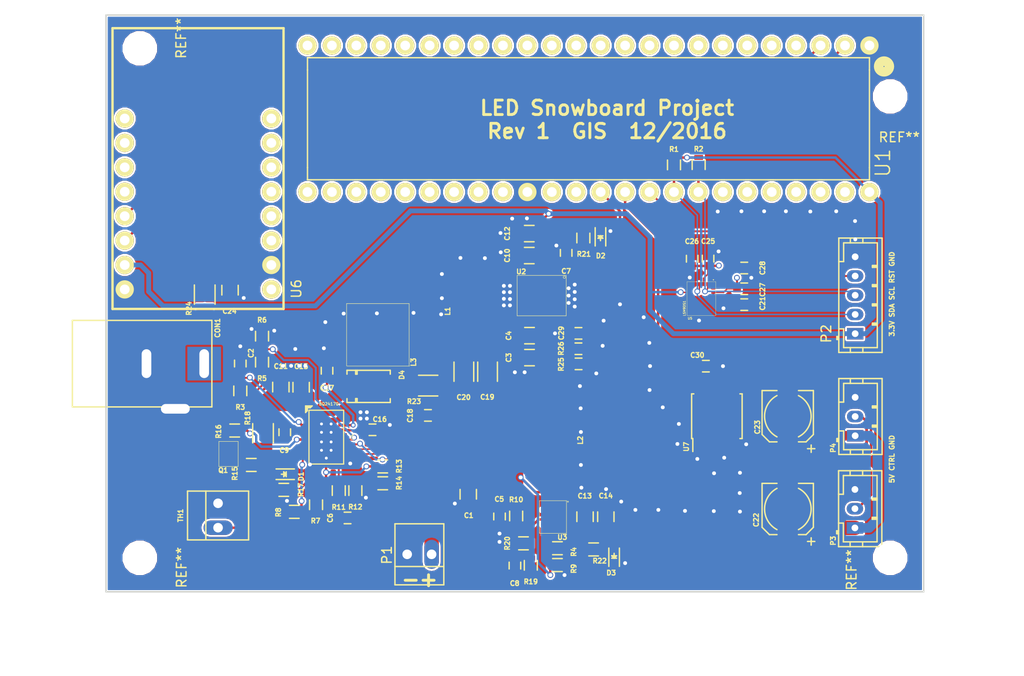
<source format=kicad_pcb>
(kicad_pcb (version 4) (host pcbnew 4.0.5)
  (layers (0 F.Cu signal) (31 B.Cu signal) (34 B.Paste user) (35 F.Paste user) (36 B.SilkS user) (37 F.SilkS user) (38 B.Mask user) (39 F.Mask user) (44 Edge.Cuts user))
  (net 0 "")
  (net 1 GND)
  (net 2 "/Power Supply/AVCC")
  (net 3 "Net-(C5-Pad1)")
  (net 4 "/Power Supply/VREF")
  (net 5 "Net-(C7-Pad1)")
  (net 6 "Net-(C8-Pad2)")
  (net 7 "Net-(C11-Pad1)")
  (net 8 "Net-(C9-Pad2)")
  (net 9 "Net-(C16-Pad1)")
  (net 10 "Net-(C17-Pad1)")
  (net 11 "Net-(C17-Pad2)")
  (net 12 /BAT)
  (net 13 "Net-(C21-Pad1)")
  (net 14 "Net-(C24-Pad1)")
  (net 15 +3V3)
  (net 16 "Net-(C28-Pad1)")
  (net 17 /Microcontroller/BAT_MON)
  (net 18 "Net-(D1-Pad2)")
  (net 19 "Net-(D1-Pad1)")
  (net 20 "Net-(D2-Pad2)")
  (net 21 "Net-(D3-Pad2)")
  (net 22 /I2C_SDA_Conn)
  (net 23 /I2C_SCL_Conn)
  (net 24 /V_IN_Conn)
  (net 25 "Net-(R4-Pad1)")
  (net 26 "/Power Supply/OVPSET")
  (net 27 "/Power Supply/TS")
  (net 28 "Net-(R11-Pad2)")
  (net 29 "Net-(R13-Pad2)")
  (net 30 "Net-(Q1-Pad2)")
  (net 31 "Net-(R15-Pad2)")
  (net 32 "Net-(R16-Pad2)")
  (net 33 +5V)
  (net 34 "Net-(L1-Pad1)")
  (net 35 "Net-(U2-Pad14)")
  (net 36 "Net-(L1-Pad2)")
  (net 37 "Net-(L2-Pad2)")
  (net 38 "Net-(U4-Pad19)")
  (net 39 "Net-(U5-Pad13)")
  (net 40 "Net-(U5-Pad12)")
  (net 41 "Net-(U5-Pad11)")
  (net 42 "Net-(U5-Pad10)")
  (net 43 "Net-(U5-Pad9)")
  (net 44 /LED_CTRL_Conn)
  (net 45 /Connectors/LED_out1)
  (net 46 /Connectors/LED_out2)
  (net 47 "Net-(U7-Pad8)")
  (net 48 "Net-(U7-Pad9)")
  (net 49 "Net-(U7-Pad10)")
  (net 50 "Net-(U7-Pad11)")
  (net 51 "Net-(U7-Pad12)")
  (net 52 "Net-(U7-Pad13)")
  (net 53 /DISP_RST_Conn)
  (net 54 /UART_RX_TX)
  (net 55 /UART_TX_RX)
  (net 56 "Net-(U1-Pad4)")
  (net 57 "Net-(U1-Pad5)")
  (net 58 "Net-(U1-Pad6)")
  (net 59 "Net-(U1-Pad7)")
  (net 60 "Net-(U1-Pad8)")
  (net 61 "Net-(U1-Pad9)")
  (net 62 "Net-(U1-Pad10)")
  (net 63 "Net-(U1-Pad11)")
  (net 64 "Net-(U1-Pad12)")
  (net 65 "Net-(U1-Pad13)")
  (net 66 "Net-(U1-Pad14)")
  (net 67 "Net-(U1-Pad35)")
  (net 68 "Net-(U1-Pad36)")
  (net 69 "Net-(U1-Pad42)")
  (net 70 "Net-(U1-Pad43)")
  (net 71 "Net-(U1-Pad44)")
  (net 72 "Net-(U1-Pad45)")
  (net 73 "Net-(U1-Pad46)")
  (net 74 "Net-(U1-Pad47)")
  (net 75 "Net-(U1-Pad15)")
  (net 76 "Net-(U1-Pad33)")
  (net 77 "Net-(U1-Pad32)")
  (net 78 "Net-(U1-Pad31)")
  (net 79 "Net-(U1-Pad30)")
  (net 80 "Net-(U1-Pad29)")
  (net 81 "Net-(U1-Pad28)")
  (net 82 "Net-(U1-Pad27)")
  (net 83 "Net-(U1-Pad26)")
  (net 84 "Net-(U1-Pad25)")
  (net 85 "Net-(U1-Pad16)")
  (net 86 "Net-(U1-Pad17)")
  (net 87 "Net-(U1-Pad18)")
  (net 88 "Net-(U1-Pad19)")
  (net 89 "Net-(U1-Pad20)")
  (net 90 "Net-(U1-Pad21)")
  (net 91 "Net-(U1-Pad22)")
  (net 92 "Net-(U1-Pad23)")
  (net 93 "Net-(U1-Pad24)")
  (net 94 "Net-(U6-Pad9)")
  (net 95 "Net-(U6-Pad11)")
  (net 96 "Net-(U6-Pad12)")
  (net 97 "Net-(U6-Pad13)")
  (net 98 "Net-(U6-Pad14)")
  (net 99 "Net-(U6-Pad15)")
  (net 100 "Net-(U6-Pad16)")
  (net 101 "Net-(U6-Pad4)")
  (net 102 "Net-(U6-Pad3)")
  (net 103 "Net-(U6-Pad2)")
  (net 104 "Net-(U6-Pad1)")
  (net 105 "Net-(C18-Pad2)")
  (module Mounting_Holes:MountingHole_3.2mm_M3 (layer F.Cu) (at 171.958 68.9864)
    (fp_text reference REF** (at 0.9906 4.2672 180) (layer F.SilkS))
    (fp_text value MountingHole_3.2mm_M3)
    (pad "" np_thru_hole circle (at 0.042 0.0136) (size 3.2 3.2) (drill 3.2) (layers *.Cu *.Mask))
  )
  (module Mounting_Holes:MountingHole_3.2mm_M3 (layer F.Cu) (at 94.0054 64.0588)
    (fp_text reference REF** (at 4.2926 -1.1176 90) (layer F.SilkS))
    (fp_text value MountingHole_3.2mm_M3)
    (pad "" np_thru_hole circle (at -0.0054 -0.0588) (size 3.2 3.2) (drill 3.2) (layers *.Cu *.Mask))
  )
  (module Mounting_Holes:MountingHole_3.2mm_M3 (layer F.Cu) (at 94.0308 116.9924)
    (fp_text reference REF** (at 4.318 1.016 90) (layer F.SilkS))
    (fp_text value MountingHole_3.2mm_M3)
    (pad "" np_thru_hole circle (at -0.0308 0.0076) (size 3.2 3.2) (drill 3.2) (layers *.Cu *.Mask))
  )
  (module Capacitors_SMD:C_0805 (layer F.Cu) (at 128.143 110.3884 270)
    (fp_text reference C1 (at 2.2098 -0.0508 360) (layer F.SilkS) (effects (font (size 0.5 0.5) (thickness 0.125))))
    (fp_text value 10uF)
    (pad 1 smd rect (at -1 0 270) (size 1 1.25) (layers F.Cu F.Paste F.Mask) (net 12 /BAT))
    (pad 2 smd rect (at 1 0 270) (size 1 1.25) (layers F.Cu F.Paste F.Mask) (net 1 GND))
  )
  (module Capacitors_SMD:C_0603 (layer F.Cu) (at 104.4448 96.786 90)
    (fp_text reference C2 (at 1.0788 1.1176 270) (layer F.SilkS) (effects (font (size 0.5 0.5) (thickness 0.125))))
    (fp_text value 1uF)
    (pad 1 smd rect (at -0.75 0 90) (size 0.8 0.75) (layers F.Cu F.Paste F.Mask) (net 2 "/Power Supply/AVCC"))
    (pad 2 smd rect (at 0.75 0 90) (size 0.8 0.75) (layers F.Cu F.Paste F.Mask) (net 1 GND))
  )
  (module Capacitors_SMD:C_0805 (layer F.Cu) (at 134.51062 96.172724 180)
    (fp_text reference C3 (at 2.159 0 270) (layer F.SilkS) (effects (font (size 0.5 0.5) (thickness 0.125))))
    (fp_text value 10uF)
    (pad 1 smd rect (at -1 0 180) (size 1 1.25) (layers F.Cu F.Paste F.Mask) (net 12 /BAT))
    (pad 2 smd rect (at 1 0 180) (size 1 1.25) (layers F.Cu F.Paste F.Mask) (net 1 GND))
  )
  (module Capacitors_SMD:C_0805 (layer F.Cu) (at 134.51062 93.886724 180)
    (fp_text reference C4 (at 2.159 0 270) (layer F.SilkS) (effects (font (size 0.5 0.5) (thickness 0.125))))
    (fp_text value 10uF)
    (pad 1 smd rect (at -1 0 180) (size 1 1.25) (layers F.Cu F.Paste F.Mask) (net 12 /BAT))
    (pad 2 smd rect (at 1 0 180) (size 1 1.25) (layers F.Cu F.Paste F.Mask) (net 1 GND))
  )
  (module Capacitors_SMD:C_0603 (layer F.Cu) (at 131.3942 112.6998 270)
    (fp_text reference C5 (at -1.8034 0.0254 360) (layer F.SilkS) (effects (font (size 0.5 0.5) (thickness 0.125))))
    (fp_text value 10nF)
    (pad 1 smd rect (at -0.75 0 270) (size 0.8 0.75) (layers F.Cu F.Paste F.Mask) (net 3 "Net-(C5-Pad1)"))
    (pad 2 smd rect (at 0.75 0 270) (size 0.8 0.75) (layers F.Cu F.Paste F.Mask) (net 1 GND))
  )
  (module Capacitors_SMD:C_0603 (layer F.Cu) (at 115.5954 112.8522)
    (fp_text reference C6 (at -1.8034 0 90) (layer F.SilkS) (effects (font (size 0.5 0.5) (thickness 0.125))))
    (fp_text value 1uF)
    (pad 1 smd rect (at -0.75 0) (size 0.8 0.75) (layers F.Cu F.Paste F.Mask) (net 4 "/Power Supply/VREF"))
    (pad 2 smd rect (at 0.75 0) (size 0.8 0.75) (layers F.Cu F.Paste F.Mask) (net 1 GND))
  )
  (module Capacitors_SMD:C_0603 (layer F.Cu) (at 138.32062 85.276124 90)
    (fp_text reference C7 (at -1.905 0 360) (layer F.SilkS) (effects (font (size 0.5 0.5) (thickness 0.125))))
    (fp_text value 100nF)
    (pad 1 smd rect (at -0.75 0 90) (size 0.8 0.75) (layers F.Cu F.Paste F.Mask) (net 5 "Net-(C7-Pad1)"))
    (pad 2 smd rect (at 0.75 0 90) (size 0.8 0.75) (layers F.Cu F.Paste F.Mask) (net 1 GND))
  )
  (module Capacitors_SMD:C_0603 (layer F.Cu) (at 132.9944 117.8052 90)
    (fp_text reference C8 (at -1.8542 -0.0254 180) (layer F.SilkS) (effects (font (size 0.5 0.5) (thickness 0.125))))
    (fp_text value 10pF)
    (pad 1 smd rect (at -0.75 0 90) (size 0.8 0.75) (layers F.Cu F.Paste F.Mask) (net 33 +5V))
    (pad 2 smd rect (at 0.75 0 90) (size 0.8 0.75) (layers F.Cu F.Paste F.Mask) (net 6 "Net-(C8-Pad2)"))
  )
  (module Capacitors_SMD:C_0603 (layer F.Cu) (at 109.0676 103.9368 270)
    (fp_text reference C9 (at 1.8796 0.0508 360) (layer F.SilkS) (effects (font (size 0.5 0.5) (thickness 0.125))))
    (fp_text value 0.1uF)
    (pad 1 smd rect (at -0.75 0 270) (size 0.8 0.75) (layers F.Cu F.Paste F.Mask) (net 7 "Net-(C11-Pad1)"))
    (pad 2 smd rect (at 0.75 0 270) (size 0.8 0.75) (layers F.Cu F.Paste F.Mask) (net 8 "Net-(C9-Pad2)"))
  )
  (module Capacitors_SMD:C_0805 (layer F.Cu) (at 134.48522 85.555524 180)
    (fp_text reference C10 (at 2.286 0 270) (layer F.SilkS) (effects (font (size 0.5 0.5) (thickness 0.125))))
    (fp_text value 22uF)
    (pad 1 smd rect (at -1 0 180) (size 1 1.25) (layers F.Cu F.Paste F.Mask) (net 15 +3V3))
    (pad 2 smd rect (at 1 0 180) (size 1 1.25) (layers F.Cu F.Paste F.Mask) (net 1 GND))
  )
  (module Capacitors_SMD:C_0805 (layer F.Cu) (at 108.6612 99.2378 90)
    (fp_text reference C11 (at 2.159 0 180) (layer F.SilkS) (effects (font (size 0.5 0.5) (thickness 0.125))))
    (fp_text value 0.1uF)
    (pad 1 smd rect (at -1 0 90) (size 1 1.25) (layers F.Cu F.Paste F.Mask) (net 7 "Net-(C11-Pad1)"))
    (pad 2 smd rect (at 1 0 90) (size 1 1.25) (layers F.Cu F.Paste F.Mask) (net 1 GND))
  )
  (module Capacitors_SMD:C_0805 (layer F.Cu) (at 134.48522 83.269524 180)
    (fp_text reference C12 (at 2.286 0 270) (layer F.SilkS) (effects (font (size 0.5 0.5) (thickness 0.125))))
    (fp_text value 22uF)
    (pad 1 smd rect (at -1 0 180) (size 1 1.25) (layers F.Cu F.Paste F.Mask) (net 15 +3V3))
    (pad 2 smd rect (at 1 0 180) (size 1 1.25) (layers F.Cu F.Paste F.Mask) (net 1 GND))
  )
  (module Capacitors_SMD:C_0805 (layer F.Cu) (at 140.2842 112.7252 90)
    (fp_text reference C13 (at 2.159 -0.0254 180) (layer F.SilkS) (effects (font (size 0.5 0.5) (thickness 0.125))))
    (fp_text value 22uF)
    (pad 1 smd rect (at -1 0 90) (size 1 1.25) (layers F.Cu F.Paste F.Mask) (net 33 +5V))
    (pad 2 smd rect (at 1 0 90) (size 1 1.25) (layers F.Cu F.Paste F.Mask) (net 1 GND))
  )
  (module Capacitors_SMD:C_0805 (layer F.Cu) (at 142.4432 112.7252 90)
    (fp_text reference C14 (at 2.175 0 180) (layer F.SilkS) (effects (font (size 0.5 0.5) (thickness 0.125))))
    (fp_text value 22uF)
    (pad 1 smd rect (at -1 0 90) (size 1 1.25) (layers F.Cu F.Paste F.Mask) (net 33 +5V))
    (pad 2 smd rect (at 1 0 90) (size 1 1.25) (layers F.Cu F.Paste F.Mask) (net 1 GND))
  )
  (module Capacitors_SMD:C_0805 (layer F.Cu) (at 110.7694 99.2538 270)
    (fp_text reference C15 (at -2.159 0 360) (layer F.SilkS) (effects (font (size 0.5 0.5) (thickness 0.125))))
    (fp_text value 4.7uF)
    (pad 1 smd rect (at -1 0 270) (size 1 1.25) (layers F.Cu F.Paste F.Mask) (net 1 GND))
    (pad 2 smd rect (at 1 0 270) (size 1 1.25) (layers F.Cu F.Paste F.Mask) (net 7 "Net-(C11-Pad1)"))
  )
  (module Capacitors_SMD:C_0603 (layer F.Cu) (at 123.952 102.1842 180)
    (fp_text reference C18 (at 1.8542 -0.0254 270) (layer F.SilkS) (effects (font (size 0.5 0.5) (thickness 0.125))))
    (fp_text value 0.1uF)
    (pad 1 smd rect (at -0.75 0 180) (size 0.8 0.75) (layers F.Cu F.Paste F.Mask) (net 12 /BAT))
    (pad 2 smd rect (at 0.75 0 180) (size 0.8 0.75) (layers F.Cu F.Paste F.Mask) (net 105 "Net-(C18-Pad2)"))
  )
  (module Capacitors_SMD:C_1206 (layer F.Cu) (at 130.1496 97.6376 270)
    (fp_text reference C19 (at 2.6416 0.0254 360) (layer F.SilkS) (effects (font (size 0.5 0.5) (thickness 0.125))))
    (fp_text value 10uF)
    (pad 1 smd rect (at -1.5 0 270) (size 1 1.6) (layers F.Cu F.Paste F.Mask) (net 1 GND))
    (pad 2 smd rect (at 1.5 0 270) (size 1 1.6) (layers F.Cu F.Paste F.Mask) (net 12 /BAT))
  )
  (module Capacitors_SMD:C_1206 (layer F.Cu) (at 127.6858 97.6376 270)
    (fp_text reference C20 (at 2.667 0.0254 360) (layer F.SilkS) (effects (font (size 0.5 0.5) (thickness 0.125))))
    (fp_text value 10uF)
    (pad 1 smd rect (at -1.5 0 270) (size 1 1.6) (layers F.Cu F.Paste F.Mask) (net 1 GND))
    (pad 2 smd rect (at 1.5 0 270) (size 1 1.6) (layers F.Cu F.Paste F.Mask) (net 12 /BAT))
  )
  (module Capacitors_SMD:C_0603 (layer F.Cu) (at 156.8327 90.660708)
    (fp_text reference C21 (at 1.905 -0.127 90) (layer F.SilkS) (effects (font (size 0.5 0.5) (thickness 0.125))))
    (fp_text value 10nF)
    (pad 1 smd rect (at -0.75 0) (size 0.8 0.75) (layers F.Cu F.Paste F.Mask) (net 13 "Net-(C21-Pad1)"))
    (pad 2 smd rect (at 0.75 0) (size 0.8 0.75) (layers F.Cu F.Paste F.Mask) (net 1 GND))
  )
  (module Capacitors_SMD:C_0805 (layer F.Cu) (at 103.378 89.154 270)
    (fp_text reference C24 (at 2.1844 0.0508 360) (layer F.SilkS) (effects (font (size 0.5 0.5) (thickness 0.125))))
    (fp_text value 2.2uF)
    (pad 1 smd rect (at -1 0 270) (size 1 1.25) (layers F.Cu F.Paste F.Mask) (net 14 "Net-(C24-Pad1)"))
    (pad 2 smd rect (at 1 0 270) (size 1 1.25) (layers F.Cu F.Paste F.Mask) (net 1 GND))
  )
  (module Capacitors_SMD:C_0603 (layer F.Cu) (at 153.0735 85.872108 90)
    (fp_text reference C25 (at 1.8034 0 180) (layer F.SilkS) (effects (font (size 0.5 0.5) (thickness 0.125))))
    (fp_text value 10uF)
    (pad 1 smd rect (at -0.75 0 90) (size 0.8 0.75) (layers F.Cu F.Paste F.Mask) (net 15 +3V3))
    (pad 2 smd rect (at 0.75 0 90) (size 0.8 0.75) (layers F.Cu F.Paste F.Mask) (net 1 GND))
  )
  (module Capacitors_SMD:C_0603 (layer F.Cu) (at 151.4225 85.885508 90)
    (fp_text reference C26 (at 1.8034 -0.0254 180) (layer F.SilkS) (effects (font (size 0.5 0.5) (thickness 0.125))))
    (fp_text value 0.1uF)
    (pad 1 smd rect (at -0.75 0 90) (size 0.8 0.75) (layers F.Cu F.Paste F.Mask) (net 15 +3V3))
    (pad 2 smd rect (at 0.75 0 90) (size 0.8 0.75) (layers F.Cu F.Paste F.Mask) (net 1 GND))
  )
  (module Capacitors_SMD:C_0603 (layer F.Cu) (at 156.8327 89.009708)
    (fp_text reference C27 (at 1.905 0.1016 90) (layer F.SilkS) (effects (font (size 0.5 0.5) (thickness 0.125))))
    (fp_text value 10uF)
    (pad 1 smd rect (at -0.75 0) (size 0.8 0.75) (layers F.Cu F.Paste F.Mask) (net 15 +3V3))
    (pad 2 smd rect (at 0.75 0) (size 0.8 0.75) (layers F.Cu F.Paste F.Mask) (net 1 GND))
  )
  (module Capacitors_SMD:C_0603 (layer F.Cu) (at 156.8327 86.850708)
    (fp_text reference C28 (at 1.905 0 90) (layer F.SilkS) (effects (font (size 0.5 0.5) (thickness 0.125))))
    (fp_text value 0.1uF)
    (pad 1 smd rect (at -0.75 0) (size 0.8 0.75) (layers F.Cu F.Paste F.Mask) (net 16 "Net-(C28-Pad1)"))
    (pad 2 smd rect (at 0.75 0) (size 0.8 0.75) (layers F.Cu F.Paste F.Mask) (net 1 GND))
  )
  (module Capacitors_SMD:C_0603 (layer F.Cu) (at 139.5984 93.6498 180)
    (fp_text reference C29 (at 1.778 0.0254 270) (layer F.SilkS) (effects (font (size 0.5 0.5) (thickness 0.125))))
    (fp_text value 1uF)
    (pad 1 smd rect (at -0.75 0 180) (size 0.8 0.75) (layers F.Cu F.Paste F.Mask) (net 17 /Microcontroller/BAT_MON))
    (pad 2 smd rect (at 0.75 0 180) (size 0.8 0.75) (layers F.Cu F.Paste F.Mask) (net 1 GND))
  )
  (module Connect:BARREL_JACK (layer F.Cu) (at 94.49054 96.7994)
    (fp_text reference CON1 (at 7.59206 -3.7084 90) (layer F.SilkS) (effects (font (size 0.5 0.5) (thickness 0.125))))
    (fp_text value BARREL_JACK)
    (pad 1 thru_hole rect (at 6.20014 0) (size 3.50012 3.50012) (drill oval 1.00076 2.99974) (layers *.Cu *.Mask) (net 24 /V_IN_Conn))
    (pad 2 thru_hole rect (at 0.20066 0) (size 3.50012 3.50012) (drill oval 1.00076 2.99974) (layers *.Cu *.Mask) (net 1 GND))
    (pad 3 thru_hole rect (at 3.2004 4.699) (size 3.50012 3.50012) (drill oval 2.99974 1.00076) (layers *.Cu *.Mask) (net 1 GND))
  )
  (module LEDs:LED_0603 (layer F.Cu) (at 108.966 108.3056 180)
    (fp_text reference D1 (at -1.8034 -0.2286 270) (layer F.SilkS) (effects (font (size 0.5 0.5) (thickness 0.125))))
    (fp_text value LED)
    (pad 2 smd rect (at 0.7493 0) (size 0.79756 0.79756) (layers F.Cu F.Paste F.Mask) (net 18 "Net-(D1-Pad2)"))
    (pad 1 smd rect (at -0.7493 0) (size 0.79756 0.79756) (layers F.Cu F.Paste F.Mask) (net 19 "Net-(D1-Pad1)"))
  )
  (module LEDs:LED_0603 (layer F.Cu) (at 141.886957 83.754143 270)
    (fp_text reference D2 (at 1.8288 -0.0254 360) (layer F.SilkS) (effects (font (size 0.5 0.5) (thickness 0.125))))
    (fp_text value LED)
    (pad 2 smd rect (at 0.7493 0 90) (size 0.79756 0.79756) (layers F.Cu F.Paste F.Mask) (net 20 "Net-(D2-Pad2)"))
    (pad 1 smd rect (at -0.7493 0 90) (size 0.79756 0.79756) (layers F.Cu F.Paste F.Mask) (net 1 GND))
  )
  (module LEDs:LED_0603 (layer F.Cu) (at 143.3068 116.7892 90)
    (fp_text reference D3 (at -1.778 -0.3048 180) (layer F.SilkS) (effects (font (size 0.5 0.5) (thickness 0.125))))
    (fp_text value LED)
    (pad 2 smd rect (at 0.7493 0 270) (size 0.79756 0.79756) (layers F.Cu F.Paste F.Mask) (net 21 "Net-(D3-Pad2)"))
    (pad 1 smd rect (at -0.7493 0 270) (size 0.79756 0.79756) (layers F.Cu F.Paste F.Mask) (net 1 GND))
  )
  (module Resistors_SMD:R_0603 (layer F.Cu) (at 149.5298 76.1238 270)
    (fp_text reference R1 (at -1.6256 0 360) (layer F.SilkS) (effects (font (size 0.5 0.5) (thickness 0.125))))
    (fp_text value 4.7k)
    (pad 1 smd rect (at -0.75 0 270) (size 0.5 0.9) (layers F.Cu F.Paste F.Mask) (net 15 +3V3))
    (pad 2 smd rect (at 0.75 0 270) (size 0.5 0.9) (layers F.Cu F.Paste F.Mask) (net 22 /I2C_SDA_Conn))
  )
  (module Resistors_SMD:R_0603 (layer F.Cu) (at 152.0952 76.0984 270)
    (fp_text reference R2 (at -1.6256 0 360) (layer F.SilkS) (effects (font (size 0.5 0.5) (thickness 0.125))))
    (fp_text value 4.7k)
    (pad 1 smd rect (at -0.75 0 270) (size 0.5 0.9) (layers F.Cu F.Paste F.Mask) (net 15 +3V3))
    (pad 2 smd rect (at 0.75 0 270) (size 0.5 0.9) (layers F.Cu F.Paste F.Mask) (net 23 /I2C_SCL_Conn))
  )
  (module Resistors_SMD:R_0603 (layer F.Cu) (at 104.4448 99.6308 90)
    (fp_text reference R3 (at -1.7018 0 180) (layer F.SilkS) (effects (font (size 0.5 0.5) (thickness 0.125))))
    (fp_text value 10)
    (pad 1 smd rect (at -0.75 0 90) (size 0.5 0.9) (layers F.Cu F.Paste F.Mask) (net 24 /V_IN_Conn))
    (pad 2 smd rect (at 0.75 0 90) (size 0.5 0.9) (layers F.Cu F.Paste F.Mask) (net 2 "/Power Supply/AVCC"))
  )
  (module Resistors_SMD:R_0603 (layer F.Cu) (at 137.414 116.0018 180)
    (fp_text reference R4 (at -1.7018 -0.381 270) (layer F.SilkS) (effects (font (size 0.5 0.5) (thickness 0.125))))
    (fp_text value 1M)
    (pad 1 smd rect (at -0.75 0 180) (size 0.5 0.9) (layers F.Cu F.Paste F.Mask) (net 25 "Net-(R4-Pad1)"))
    (pad 2 smd rect (at 0.75 0 180) (size 0.5 0.9) (layers F.Cu F.Paste F.Mask) (net 12 /BAT))
  )
  (module Resistors_SMD:R_0603 (layer F.Cu) (at 106.7054 96.647 90)
    (fp_text reference R5 (at -1.6884 0 180) (layer F.SilkS) (effects (font (size 0.5 0.5) (thickness 0.125))))
    (fp_text value 1M)
    (pad 1 smd rect (at -0.75 0 90) (size 0.5 0.9) (layers F.Cu F.Paste F.Mask) (net 24 /V_IN_Conn))
    (pad 2 smd rect (at 0.75 0 90) (size 0.5 0.9) (layers F.Cu F.Paste F.Mask) (net 26 "/Power Supply/OVPSET"))
  )
  (module Resistors_SMD:R_0603 (layer F.Cu) (at 106.7054 93.9412 90)
    (fp_text reference R6 (at 1.6764 0 180) (layer F.SilkS) (effects (font (size 0.5 0.5) (thickness 0.125))))
    (fp_text value 100K)
    (pad 1 smd rect (at -0.75 0 90) (size 0.5 0.9) (layers F.Cu F.Paste F.Mask) (net 26 "/Power Supply/OVPSET"))
    (pad 2 smd rect (at 0.75 0 90) (size 0.5 0.9) (layers F.Cu F.Paste F.Mask) (net 1 GND))
  )
  (module Resistors_SMD:R_0603 (layer F.Cu) (at 112.3188 111.4806 270)
    (fp_text reference R7 (at 1.6764 0.0508 360) (layer F.SilkS) (effects (font (size 0.5 0.5) (thickness 0.125))))
    (fp_text value R)
    (pad 1 smd rect (at -0.75 0 270) (size 0.5 0.9) (layers F.Cu F.Paste F.Mask) (net 4 "/Power Supply/VREF"))
    (pad 2 smd rect (at 0.75 0 270) (size 0.5 0.9) (layers F.Cu F.Paste F.Mask) (net 27 "/Power Supply/TS"))
  )
  (module Resistors_SMD:R_0603 (layer F.Cu) (at 110.0582 112.2172 180)
    (fp_text reference R8 (at 1.651 -0.0508 270) (layer F.SilkS) (effects (font (size 0.5 0.5) (thickness 0.125))))
    (fp_text value R)
    (pad 1 smd rect (at -0.75 0 180) (size 0.5 0.9) (layers F.Cu F.Paste F.Mask) (net 27 "/Power Supply/TS"))
    (pad 2 smd rect (at 0.75 0 180) (size 0.5 0.9) (layers F.Cu F.Paste F.Mask) (net 1 GND))
  )
  (module Resistors_SMD:R_0603 (layer F.Cu) (at 137.414 117.7544)
    (fp_text reference R9 (at 1.7018 0.381 90) (layer F.SilkS) (effects (font (size 0.5 0.5) (thickness 0.125))))
    (fp_text value 1M)
    (pad 1 smd rect (at -0.75 0) (size 0.5 0.9) (layers F.Cu F.Paste F.Mask) (net 12 /BAT))
    (pad 2 smd rect (at 0.75 0) (size 0.5 0.9) (layers F.Cu F.Paste F.Mask) (net 1 GND))
  )
  (module Resistors_SMD:R_0603 (layer F.Cu) (at 133.1214 112.649 270)
    (fp_text reference R10 (at -1.7018 0 360) (layer F.SilkS) (effects (font (size 0.5 0.5) (thickness 0.125))))
    (fp_text value 30.9K)
    (pad 1 smd rect (at -0.75 0 270) (size 0.5 0.9) (layers F.Cu F.Paste F.Mask) (net 3 "Net-(C5-Pad1)"))
    (pad 2 smd rect (at 0.75 0 270) (size 0.5 0.9) (layers F.Cu F.Paste F.Mask) (net 1 GND))
  )
  (module Resistors_SMD:R_0603 (layer F.Cu) (at 114.681 110.0074 90)
    (fp_text reference R11 (at -1.7272 0 180) (layer F.SilkS) (effects (font (size 0.5 0.5) (thickness 0.125))))
    (fp_text value 100K)
    (pad 1 smd rect (at -0.75 0 90) (size 0.5 0.9) (layers F.Cu F.Paste F.Mask) (net 4 "/Power Supply/VREF"))
    (pad 2 smd rect (at 0.75 0 90) (size 0.5 0.9) (layers F.Cu F.Paste F.Mask) (net 28 "Net-(R11-Pad2)"))
  )
  (module Resistors_SMD:R_0603 (layer F.Cu) (at 116.4082 110.0074 270)
    (fp_text reference R12 (at 1.7018 0 360) (layer F.SilkS) (effects (font (size 0.5 0.5) (thickness 0.125))))
    (fp_text value 32.4K)
    (pad 1 smd rect (at -0.75 0 270) (size 0.5 0.9) (layers F.Cu F.Paste F.Mask) (net 28 "Net-(R11-Pad2)"))
    (pad 2 smd rect (at 0.75 0 270) (size 0.5 0.9) (layers F.Cu F.Paste F.Mask) (net 1 GND))
  )
  (module Resistors_SMD:R_0603 (layer F.Cu) (at 119.253 107.4928)
    (fp_text reference R13 (at 1.7018 -0.0254 90) (layer F.SilkS) (effects (font (size 0.5 0.5) (thickness 0.125))))
    (fp_text value 100K)
    (pad 1 smd rect (at -0.75 0) (size 0.5 0.9) (layers F.Cu F.Paste F.Mask) (net 4 "/Power Supply/VREF"))
    (pad 2 smd rect (at 0.75 0) (size 0.5 0.9) (layers F.Cu F.Paste F.Mask) (net 29 "Net-(R13-Pad2)"))
  )
  (module Resistors_SMD:R_0603 (layer F.Cu) (at 119.253 109.2454 180)
    (fp_text reference R14 (at -1.7018 0.0254 270) (layer F.SilkS) (effects (font (size 0.5 0.5) (thickness 0.125))))
    (fp_text value 13.7K)
    (pad 1 smd rect (at -0.75 0 180) (size 0.5 0.9) (layers F.Cu F.Paste F.Mask) (net 29 "Net-(R13-Pad2)"))
    (pad 2 smd rect (at 0.75 0 180) (size 0.5 0.9) (layers F.Cu F.Paste F.Mask) (net 1 GND))
  )
  (module Resistors_SMD:R_0603 (layer F.Cu) (at 105.5878 107.3404)
    (fp_text reference R15 (at -1.7018 0.889 270) (layer F.SilkS) (effects (font (size 0.5 0.5) (thickness 0.125))))
    (fp_text value 4.02K)
    (pad 1 smd rect (at -0.75 0) (size 0.5 0.9) (layers F.Cu F.Paste F.Mask) (net 30 "Net-(Q1-Pad2)"))
    (pad 2 smd rect (at 0.75 0) (size 0.5 0.9) (layers F.Cu F.Paste F.Mask) (net 31 "Net-(R15-Pad2)"))
  )
  (module Resistors_SMD:R_0603 (layer F.Cu) (at 103.8606 103.759)
    (fp_text reference R16 (at -1.6764 0.1016 90) (layer F.SilkS) (effects (font (size 0.5 0.5) (thickness 0.125))))
    (fp_text value 4.02K)
    (pad 1 smd rect (at -0.75 0) (size 0.5 0.9) (layers F.Cu F.Paste F.Mask) (net 24 /V_IN_Conn))
    (pad 2 smd rect (at 0.75 0) (size 0.5 0.9) (layers F.Cu F.Paste F.Mask) (net 32 "Net-(R16-Pad2)"))
  )
  (module Resistors_SMD:R_0603 (layer F.Cu) (at 108.966 109.9312 180)
    (fp_text reference R17 (at -1.778 0 270) (layer F.SilkS) (effects (font (size 0.5 0.5) (thickness 0.125))))
    (fp_text value 1.5K)
    (pad 1 smd rect (at -0.75 0 180) (size 0.5 0.9) (layers F.Cu F.Paste F.Mask) (net 4 "/Power Supply/VREF"))
    (pad 2 smd rect (at 0.75 0 180) (size 0.5 0.9) (layers F.Cu F.Paste F.Mask) (net 18 "Net-(D1-Pad2)"))
  )
  (module Resistors_SMD:R_1206 (layer F.Cu) (at 106.807 104.0384 90)
    (fp_text reference R18 (at 1.5748 -1.6002 270) (layer F.SilkS) (effects (font (size 0.5 0.5) (thickness 0.125))))
    (fp_text value 10m)
    (pad 1 smd rect (at -1.45 0 90) (size 0.9 1.7) (layers F.Cu F.Paste F.Mask) (net 8 "Net-(C9-Pad2)"))
    (pad 2 smd rect (at 1.45 0 90) (size 0.9 1.7) (layers F.Cu F.Paste F.Mask) (net 7 "Net-(C11-Pad1)"))
  )
  (module Resistors_SMD:R_0603 (layer F.Cu) (at 134.6454 117.7798 90)
    (fp_text reference R19 (at -1.7018 0 180) (layer F.SilkS) (effects (font (size 0.5 0.5) (thickness 0.125))))
    (fp_text value 619K)
    (pad 1 smd rect (at -0.75 0 90) (size 0.5 0.9) (layers F.Cu F.Paste F.Mask) (net 33 +5V))
    (pad 2 smd rect (at 0.75 0 90) (size 0.5 0.9) (layers F.Cu F.Paste F.Mask) (net 6 "Net-(C8-Pad2)"))
  )
  (module Resistors_SMD:R_0603 (layer F.Cu) (at 133.8834 115.4938 180)
    (fp_text reference R20 (at 1.6764 0 270) (layer F.SilkS) (effects (font (size 0.5 0.5) (thickness 0.125))))
    (fp_text value 205K)
    (pad 1 smd rect (at -0.75 0 180) (size 0.5 0.9) (layers F.Cu F.Paste F.Mask) (net 6 "Net-(C8-Pad2)"))
    (pad 2 smd rect (at 0.75 0 180) (size 0.5 0.9) (layers F.Cu F.Paste F.Mask) (net 1 GND))
  )
  (module Resistors_SMD:R_0603 (layer F.Cu) (at 140.108957 83.728743 270)
    (fp_text reference R21 (at 1.6764 -0.0508 360) (layer F.SilkS) (effects (font (size 0.5 0.5) (thickness 0.125))))
    (fp_text value 260)
    (pad 1 smd rect (at -0.75 0 270) (size 0.5 0.9) (layers F.Cu F.Paste F.Mask) (net 15 +3V3))
    (pad 2 smd rect (at 0.75 0 270) (size 0.5 0.9) (layers F.Cu F.Paste F.Mask) (net 20 "Net-(D2-Pad2)"))
  )
  (module Resistors_SMD:R_0603 (layer F.Cu) (at 141.1732 116.1288)
    (fp_text reference R22 (at 0.635 1.1938 180) (layer F.SilkS) (effects (font (size 0.5 0.5) (thickness 0.125))))
    (fp_text value 600)
    (pad 1 smd rect (at -0.75 0) (size 0.5 0.9) (layers F.Cu F.Paste F.Mask) (net 33 +5V))
    (pad 2 smd rect (at 0.75 0) (size 0.5 0.9) (layers F.Cu F.Paste F.Mask) (net 21 "Net-(D3-Pad2)"))
  )
  (module Resistors_SMD:R_1206 (layer F.Cu) (at 123.9774 99.0854 180)
    (fp_text reference R23 (at 1.4732 -1.651 180) (layer F.SilkS) (effects (font (size 0.5 0.5) (thickness 0.125))))
    (fp_text value 10m)
    (pad 1 smd rect (at -1.45 0 180) (size 0.9 1.7) (layers F.Cu F.Paste F.Mask) (net 12 /BAT))
    (pad 2 smd rect (at 1.45 0 180) (size 0.9 1.7) (layers F.Cu F.Paste F.Mask) (net 105 "Net-(C18-Pad2)"))
  )
  (module Resistors_SMD:R_1206 (layer F.Cu) (at 100.746456 89.61723 90)
    (fp_text reference R24 (at -1.44177 -1.635656 90) (layer F.SilkS) (effects (font (size 0.5 0.5) (thickness 0.125))))
    (fp_text value 2)
    (pad 1 smd rect (at -1.45 0 90) (size 0.9 1.7) (layers F.Cu F.Paste F.Mask) (net 24 /V_IN_Conn))
    (pad 2 smd rect (at 1.45 0 90) (size 0.9 1.7) (layers F.Cu F.Paste F.Mask) (net 14 "Net-(C24-Pad1)"))
  )
  (module Capacitors_SMD:C_0603 (layer F.Cu) (at 139.6104 96.8248)
    (fp_text reference R25 (at -1.8154 0.0508 90) (layer F.SilkS) (effects (font (size 0.5 0.5) (thickness 0.125))))
    (fp_text value 10K)
    (pad 1 smd rect (at -0.75 0) (size 0.8 0.75) (layers F.Cu F.Paste F.Mask) (net 12 /BAT))
    (pad 2 smd rect (at 0.75 0) (size 0.8 0.75) (layers F.Cu F.Paste F.Mask) (net 17 /Microcontroller/BAT_MON))
  )
  (module Capacitors_SMD:C_0603 (layer F.Cu) (at 139.5984 95.25 180)
    (fp_text reference R26 (at 1.8034 0.0254 270) (layer F.SilkS) (effects (font (size 0.5 0.5) (thickness 0.125))))
    (fp_text value 36K)
    (pad 1 smd rect (at -0.75 0 180) (size 0.8 0.75) (layers F.Cu F.Paste F.Mask) (net 17 /Microcontroller/BAT_MON))
    (pad 2 smd rect (at 0.75 0 180) (size 0.8 0.75) (layers F.Cu F.Paste F.Mask) (net 1 GND))
  )
  (module Connect:PINHEAD1-2 (layer F.Cu) (at 102.1334 112.5982 90)
    (fp_text reference TH1 (at 0 -3.9 90) (layer F.SilkS) (effects (font (size 0.5 0.5) (thickness 0.125))))
    (fp_text value THERMISTOR)
    (pad 1 thru_hole oval (at -1.27 0 90) (size 1.50622 3.01498) (drill 0.99822) (layers *.Cu *.Mask) (net 27 "/Power Supply/TS"))
    (pad 2 thru_hole oval (at 1.27 0 90) (size 1.50622 3.01498) (drill 0.99822) (layers *.Cu *.Mask) (net 1 GND))
  )
  (module Capacitors_SMD:c_elec_5x5.3 (layer F.Cu) (at 161.3793 111.920508 90)
    (fp_text reference C22 (at -1.143 -3.302 90) (layer F.SilkS) (effects (font (size 0.5 0.5) (thickness 0.125))))
    (fp_text value 100uF)
    (fp_text user + (at -3.3782 2.3368 90) (layer F.SilkS))
    (pad 1 smd rect (at -2.2 0 270) (size 3 1.6) (layers F.Cu F.Paste F.Mask) (net 33 +5V))
    (pad 2 smd rect (at 2.2 0 270) (size 3 1.6) (layers F.Cu F.Paste F.Mask) (net 1 GND))
  )
  (module Capacitors_SMD:c_elec_5x5.3 (layer F.Cu) (at 161.3793 102.268508 90)
    (fp_text reference C23 (at -1.143 -3.175 90) (layer F.SilkS) (effects (font (size 0.5 0.5) (thickness 0.125))))
    (fp_text value 100uF)
    (fp_text user + (at -3.3782 2.3368 90) (layer F.SilkS))
    (pad 1 smd rect (at -2.2 0 270) (size 3 1.6) (layers F.Cu F.Paste F.Mask) (net 33 +5V))
    (pad 2 smd rect (at 2.2 0 270) (size 3 1.6) (layers F.Cu F.Paste F.Mask) (net 1 GND))
  )
  (module Snow_parts:pvqfn-n24 (layer F.Cu) (at 113.3856 104.4448 270)
    (fp_text reference U4 (at 0 -2.70002 270) (layer F.SilkS) (effects (font (size 0.29972 0.29972) (thickness 0.06096))))
    (fp_text value BQ24170 (at -3.4544 -0.254 360) (layer F.SilkS) (effects (font (size 0.29972 0.29972) (thickness 0.06096))))
    (pad 2 smd rect (at -2.25044 1.69926 270) (size 0.3 0.89916) (layers F.Cu F.Paste F.Mask) (net 7 "Net-(C11-Pad1)"))
    (pad 3 smd rect (at -1.75006 1.69926 270) (size 0.3 0.89916) (layers F.Cu F.Paste F.Mask) (net 7 "Net-(C11-Pad1)"))
    (pad 4 smd rect (at -1.24968 1.69926 270) (size 0.3 0.89916) (layers F.Cu F.Paste F.Mask) (net 2 "/Power Supply/AVCC"))
    (pad 5 smd rect (at -0.7493 1.69926 270) (size 0.3 0.89916) (layers F.Cu F.Paste F.Mask) (net 7 "Net-(C11-Pad1)"))
    (pad 6 smd rect (at -0.24892 1.69926 270) (size 0.3 0.89916) (layers F.Cu F.Paste F.Mask) (net 8 "Net-(C9-Pad2)"))
    (pad 12 smd rect (at 2.70002 0.7493 270) (size 0.89916 0.3) (layers F.Cu F.Paste F.Mask) (net 4 "/Power Supply/VREF"))
    (pad 13 smd rect (at 2.70002 -0.7493 270) (size 0.89916 0.3) (layers F.Cu F.Paste F.Mask) (net 28 "Net-(R11-Pad2)"))
    (pad 15 smd rect (at 1.75006 -1.69926 270) (size 0.3 0.89916) (layers F.Cu F.Paste F.Mask) (net 12 /BAT))
    (pad 16 smd rect (at 1.24968 -1.69926 270) (size 0.3 0.89916) (layers F.Cu F.Paste F.Mask) (net 105 "Net-(C18-Pad2)"))
    (pad 17 smd rect (at 0.7493 -1.69926 270) (size 0.3 0.89916) (layers F.Cu F.Paste F.Mask) (net 29 "Net-(R13-Pad2)"))
    (pad 18 smd rect (at 0.24892 -1.69926 270) (size 0.3 0.89916) (layers F.Cu F.Paste F.Mask) (net 26 "/Power Supply/OVPSET"))
    (pad 19 smd rect (at -0.24892 -1.69926 270) (size 0.3 0.89916) (layers F.Cu F.Paste F.Mask) (net 38 "Net-(U4-Pad19)"))
    (pad 24 smd rect (at -2.70002 -0.7493 270) (size 0.89916 0.3) (layers F.Cu F.Paste F.Mask) (net 10 "Net-(C17-Pad1)"))
    (pad 1 smd rect (at -2.70002 0.7493 270) (size 0.89916 0.3) (layers F.Cu F.Paste F.Mask) (net 10 "Net-(C17-Pad1)"))
    (pad 25 smd rect (at 1.37 0.5 270) (size 0.75 1.00076) (layers F.Cu F.Paste F.Mask) (net 1 GND))
    (pad 25 smd rect (at -1.37 0.50038 270) (size 0.75 1.00076) (layers F.Cu F.Paste F.Mask) (net 1 GND))
    (pad 25 smd rect (at -1.37 -0.5 270) (size 0.75 1.00076) (layers F.Cu F.Paste F.Mask) (net 1 GND))
    (pad 25 smd rect (at 1.37 -0.5 270) (size 0.75 1.00076) (layers F.Cu F.Paste F.Mask) (net 1 GND))
    (pad 7 smd rect (at 0.24892 1.69926 270) (size 0.3 0.89916) (layers F.Cu F.Paste F.Mask) (net 32 "Net-(R16-Pad2)"))
    (pad 20 smd rect (at -0.7493 -1.69926 270) (size 0.3 0.89916) (layers F.Cu F.Paste F.Mask) (net 9 "Net-(C16-Pad1)"))
    (pad 25 smd rect (at -0.50038 -0.50038 270) (size 1.00076 1.00076) (layers F.Cu F.Paste F.Mask) (net 1 GND))
    (pad 25 smd rect (at -0.50038 0.50038 270) (size 1.00076 1.00076) (layers F.Cu F.Paste F.Mask) (net 1 GND))
    (pad 8 smd rect (at 0.7493 1.69926 270) (size 0.3 0.89916) (layers F.Cu F.Paste F.Mask) (net 31 "Net-(R15-Pad2)"))
    (pad 9 smd rect (at 1.24968 1.69926 270) (size 0.3 0.89916) (layers F.Cu F.Paste F.Mask) (net 19 "Net-(D1-Pad1)"))
    (pad 21 smd rect (at -1.24968 -1.69926 270) (size 0.3 0.89916) (layers F.Cu F.Paste F.Mask) (net 11 "Net-(C17-Pad2)"))
    (pad 22 smd rect (at -1.75006 -1.69926 270) (size 0.3 0.89916) (layers F.Cu F.Paste F.Mask) (net 1 GND))
    (pad 25 smd rect (at 0.50038 -0.50038 270) (size 1.00076 1.00076) (layers F.Cu F.Paste F.Mask) (net 1 GND))
    (pad 25 smd rect (at 0.50038 0.50038 270) (size 1.00076 1.00076) (layers F.Cu F.Paste F.Mask) (net 1 GND))
    (pad 10 smd rect (at 1.75006 1.69926 270) (size 0.3 0.89916) (layers F.Cu F.Paste F.Mask) (net 27 "/Power Supply/TS"))
    (pad 11 smd rect (at 2.25044 1.69926 270) (size 0.23876 0.89916) (layers F.Cu F.Paste F.Mask) (net 1 GND))
    (pad 14 smd rect (at 2.25044 -1.69926 270) (size 0.3 0.89916) (layers F.Cu F.Paste F.Mask) (net 1 GND))
    (pad 23 smd rect (at -2.25044 -1.69926 270) (size 0.3 0.89916) (layers F.Cu F.Paste F.Mask) (net 1 GND))
  )
  (module SPEX_Parts:LGA-24 (layer F.Cu) (at 152.3877 90.025708 270)
    (fp_text reference U5 (at 2.0574 1.1938 360) (layer F.SilkS) (effects (font (size 0.23622 0.23622) (thickness 0.05))))
    (fp_text value LSM9DS1 (at 1.016 1.778 270) (layer F.SilkS) (effects (font (size 0.23622 0.23622) (thickness 0.05))))
    (pad 18 smd rect (at 1.51 -1.22 90) (size 0.29 0.4) (layers F.Cu F.Paste F.Mask) (net 1 GND))
    (pad 17 smd rect (at 1.51 -0.64 180) (size 0.29 0.4) (layers F.Cu F.Paste F.Mask) (net 1 GND))
    (pad 16 smd rect (at 1.51 -0.21 180) (size 0.29 0.4) (layers F.Cu F.Paste F.Mask) (net 1 GND))
    (pad 15 smd rect (at 1.51 0.22 180) (size 0.29 0.4) (layers F.Cu F.Paste F.Mask) (net 1 GND))
    (pad 14 smd rect (at 1.51 0.65 180) (size 0.29 0.4) (layers F.Cu F.Paste F.Mask) (net 1 GND))
    (pad 13 smd rect (at 1.51 1.23 270) (size 0.28 0.4) (layers F.Cu F.Paste F.Mask) (net 39 "Net-(U5-Pad13)"))
    (pad 12 smd rect (at 1.08 1.23 270) (size 0.28 0.4) (layers F.Cu F.Paste F.Mask) (net 40 "Net-(U5-Pad12)"))
    (pad 11 smd rect (at 0.65 1.23 270) (size 0.28 0.4) (layers F.Cu F.Paste F.Mask) (net 41 "Net-(U5-Pad11)"))
    (pad 10 smd rect (at 0.22 1.23 270) (size 0.28 0.4) (layers F.Cu F.Paste F.Mask) (net 42 "Net-(U5-Pad10)"))
    (pad 9 smd rect (at -0.21 1.23 270) (size 0.28 0.4) (layers F.Cu F.Paste F.Mask) (net 43 "Net-(U5-Pad9)"))
    (pad 8 smd rect (at -0.64 1.23 270) (size 0.28 0.4) (layers F.Cu F.Paste F.Mask) (net 15 +3V3))
    (pad 7 smd rect (at -1.07 1.23 270) (size 0.28 0.4) (layers F.Cu F.Paste F.Mask) (net 15 +3V3))
    (pad 6 smd rect (at -1.5 1.23 270) (size 0.28 0.4) (layers F.Cu F.Paste F.Mask) (net 1 GND))
    (pad 5 smd rect (at -1.5 0.65) (size 0.29 0.4) (layers F.Cu F.Paste F.Mask) (net 1 GND))
    (pad 4 smd rect (at -1.5 0.22) (size 0.29 0.4) (layers F.Cu F.Paste F.Mask) (net 22 /I2C_SDA_Conn))
    (pad 3 smd rect (at -1.5 -0.21) (size 0.29 0.4) (layers F.Cu F.Paste F.Mask) (net 15 +3V3))
    (pad 2 smd rect (at -1.5 -0.64) (size 0.29 0.4) (layers F.Cu F.Paste F.Mask) (net 23 /I2C_SCL_Conn))
    (pad 1 smd rect (at -1.5 -1.22 270) (size 0.28 0.4) (layers F.Cu F.Paste F.Mask) (net 15 +3V3))
    (pad 24 smd rect (at -1.07 -1.22 90) (size 0.28 0.4) (layers F.Cu F.Paste F.Mask) (net 16 "Net-(C28-Pad1)"))
    (pad 23 smd rect (at -0.64 -1.22 90) (size 0.29 0.4) (layers F.Cu F.Paste F.Mask) (net 15 +3V3))
    (pad 22 smd rect (at -0.21 -1.22 90) (size 0.29 0.4) (layers F.Cu F.Paste F.Mask) (net 15 +3V3))
    (pad 21 smd rect (at 0.22 -1.22 90) (size 0.29 0.4) (layers F.Cu F.Paste F.Mask) (net 13 "Net-(C21-Pad1)"))
    (pad 20 smd rect (at 0.65 -1.22 90) (size 0.29 0.4) (layers F.Cu F.Paste F.Mask) (net 1 GND))
    (pad 19 smd rect (at 1.08 -1.22 90) (size 0.29 0.4) (layers F.Cu F.Paste F.Mask) (net 1 GND))
  )
  (module Housings_SSOP:TSSOP-14_4.4x5mm_Pitch0.65mm (layer F.Cu) (at 153.9879 102.268508 90)
    (fp_text reference U7 (at -3.175 -3.175 90) (layer F.SilkS) (effects (font (size 0.5 0.5) (thickness 0.125))))
    (fp_text value SN74AHCT125)
    (pad 1 smd rect (at -2.95 -1.95 90) (size 1.45 0.45) (layers F.Cu F.Paste F.Mask) (net 1 GND))
    (pad 2 smd rect (at -2.95 -1.3 90) (size 1.45 0.45) (layers F.Cu F.Paste F.Mask) (net 44 /LED_CTRL_Conn))
    (pad 3 smd rect (at -2.95 -0.65 90) (size 1.45 0.45) (layers F.Cu F.Paste F.Mask) (net 45 /Connectors/LED_out1))
    (pad 4 smd rect (at -2.95 0 90) (size 1.45 0.45) (layers F.Cu F.Paste F.Mask) (net 1 GND))
    (pad 5 smd rect (at -2.95 0.65 90) (size 1.45 0.45) (layers F.Cu F.Paste F.Mask) (net 44 /LED_CTRL_Conn))
    (pad 6 smd rect (at -2.95 1.3 90) (size 1.45 0.45) (layers F.Cu F.Paste F.Mask) (net 46 /Connectors/LED_out2))
    (pad 7 smd rect (at -2.95 1.95 90) (size 1.45 0.45) (layers F.Cu F.Paste F.Mask) (net 1 GND))
    (pad 8 smd rect (at 2.95 1.95 90) (size 1.45 0.45) (layers F.Cu F.Paste F.Mask) (net 47 "Net-(U7-Pad8)"))
    (pad 9 smd rect (at 2.95 1.3 90) (size 1.45 0.45) (layers F.Cu F.Paste F.Mask) (net 48 "Net-(U7-Pad9)"))
    (pad 10 smd rect (at 2.95 0.65 90) (size 1.45 0.45) (layers F.Cu F.Paste F.Mask) (net 49 "Net-(U7-Pad10)"))
    (pad 11 smd rect (at 2.95 0 90) (size 1.45 0.45) (layers F.Cu F.Paste F.Mask) (net 50 "Net-(U7-Pad11)"))
    (pad 12 smd rect (at 2.95 -0.65 90) (size 1.45 0.45) (layers F.Cu F.Paste F.Mask) (net 51 "Net-(U7-Pad12)"))
    (pad 13 smd rect (at 2.95 -1.3 90) (size 1.45 0.45) (layers F.Cu F.Paste F.Mask) (net 52 "Net-(U7-Pad13)"))
    (pad 14 smd rect (at 2.95 -1.95 90) (size 1.45 0.45) (layers F.Cu F.Paste F.Mask) (net 33 +5V))
  )
  (module Connectors_JST:JST_PH_B5B-PH-K_05x2.00mm_Straight (layer F.Cu) (at 168.3643 93.683308 90)
    (fp_text reference P2 (at 0 -3 90) (layer F.SilkS))
    (fp_text value CONN_01X05)
    (pad 1 thru_hole rect (at 0 0 90) (size 1.2 1.7) (drill 0.7) (layers *.Cu *.Mask) (net 15 +3V3))
    (pad 2 thru_hole oval (at 2 0 90) (size 1.2 1.7) (drill 0.7) (layers *.Cu *.Mask) (net 22 /I2C_SDA_Conn))
    (pad 3 thru_hole oval (at 4 0 90) (size 1.2 1.7) (drill 0.7) (layers *.Cu *.Mask) (net 23 /I2C_SCL_Conn))
    (pad 4 thru_hole oval (at 6 0 90) (size 1.2 1.7) (drill 0.7) (layers *.Cu *.Mask) (net 53 /DISP_RST_Conn))
    (pad 5 thru_hole oval (at 8 0 90) (size 1.2 1.7) (drill 0.7) (layers *.Cu *.Mask) (net 1 GND))
  )
  (module Connectors_JST:JST_PH_B3B-PH-K_03x2.00mm_Straight (layer F.Cu) (at 168.3389 113.888508 90)
    (fp_text reference P3 (at -1.334 -2.2606 90) (layer F.SilkS) (effects (font (size 0.5 0.5) (thickness 0.125))))
    (fp_text value CONN_01X03)
    (pad 1 thru_hole rect (at 0 0 90) (size 1.2 1.7) (drill 0.7) (layers *.Cu *.Mask) (net 33 +5V))
    (pad 2 thru_hole oval (at 2 0 90) (size 1.2 1.7) (drill 0.7) (layers *.Cu *.Mask) (net 45 /Connectors/LED_out1))
    (pad 3 thru_hole oval (at 4 0 90) (size 1.2 1.7) (drill 0.7) (layers *.Cu *.Mask) (net 1 GND))
  )
  (module Connectors_JST:JST_PH_B3B-PH-K_03x2.00mm_Straight (layer F.Cu) (at 168.3643 104.300508 90)
    (fp_text reference P4 (at -1.27 -2.286 90) (layer F.SilkS) (effects (font (size 0.5 0.5) (thickness 0.125))))
    (fp_text value CONN_01X03)
    (pad 1 thru_hole rect (at 0 0 90) (size 1.2 1.7) (drill 0.7) (layers *.Cu *.Mask) (net 33 +5V))
    (pad 2 thru_hole oval (at 2 0 90) (size 1.2 1.7) (drill 0.7) (layers *.Cu *.Mask) (net 46 /Connectors/LED_out2))
    (pad 3 thru_hole oval (at 4 0 90) (size 1.2 1.7) (drill 0.7) (layers *.Cu *.Mask) (net 1 GND))
  )
  (module Capacitors_SMD:C_0603 (layer F.Cu) (at 118.1862 103.6828)
    (fp_text reference C16 (at 0.762 -1.0922) (layer F.SilkS) (effects (font (size 0.5 0.5) (thickness 0.125))))
    (fp_text value 1uF)
    (pad 1 smd rect (at -0.75 0) (size 0.8 0.75) (layers F.Cu F.Paste F.Mask) (net 9 "Net-(C16-Pad1)"))
    (pad 2 smd rect (at 0.75 0) (size 0.8 0.75) (layers F.Cu F.Paste F.Mask) (net 1 GND))
  )
  (module Capacitors_SMD:C_0603 (layer F.Cu) (at 113.4618 97.536 270)
    (fp_text reference C17 (at 1.8034 0 360) (layer F.SilkS) (effects (font (size 0.5 0.5) (thickness 0.125))))
    (fp_text value 0.047uF)
    (pad 1 smd rect (at -0.75 0 270) (size 0.8 0.75) (layers F.Cu F.Paste F.Mask) (net 10 "Net-(C17-Pad1)"))
    (pad 2 smd rect (at 0.75 0 270) (size 0.8 0.75) (layers F.Cu F.Paste F.Mask) (net 11 "Net-(C17-Pad2)"))
  )
  (module Capacitors_SMD:C_0603 (layer F.Cu) (at 152.8449 97.061508)
    (fp_text reference C30 (at -0.889 -1.143) (layer F.SilkS) (effects (font (size 0.5 0.5) (thickness 0.125))))
    (fp_text value 1uF)
    (pad 1 smd rect (at -0.75 0) (size 0.8 0.75) (layers F.Cu F.Paste F.Mask) (net 33 +5V))
    (pad 2 smd rect (at 0.75 0) (size 0.8 0.75) (layers F.Cu F.Paste F.Mask) (net 1 GND))
  )
  (module Snow_parts:DO-214AD (layer F.Cu) (at 117.8052 99.1616)
    (fp_text reference D4 (at 3.429 -1.1938 90) (layer F.SilkS) (effects (font (size 0.5 0.5) (thickness 0.125))))
    (fp_text value FSV530AF)
    (pad 2 smd rect (at 2.04 0) (size 1.24 1.89) (layers F.Cu F.Paste F.Mask) (net 1 GND))
    (pad 1 smd rect (at -2.04 0) (size 1.24 1.89) (layers F.Cu F.Paste F.Mask) (net 10 "Net-(C17-Pad1)"))
  )
  (module Snow_parts:SDR0403-1R4ML (layer F.Cu) (at 128.74482 89.722124)
    (fp_text reference L1 (at -2.7432 1.6246 90) (layer F.SilkS) (effects (font (size 0.5 0.5) (thickness 0.125))))
    (fp_text value 1.4uH)
    (pad 1 smd rect (at 0 -1.65) (size 4.5 1.8) (layers F.Cu F.Paste F.Mask) (net 34 "Net-(L1-Pad1)"))
    (pad 2 smd rect (at 0 1.65) (size 4.5 1.8) (layers F.Cu F.Paste F.Mask) (net 36 "Net-(L1-Pad2)"))
  )
  (module Snow_parts:SRN8040-1R0Y (layer F.Cu) (at 134.5184 104.7242 90)
    (fp_text reference L2 (at -0.05 5.28 90) (layer F.SilkS) (effects (font (size 0.5 0.5) (thickness 0.125))))
    (fp_text value 1uH)
    (pad 1 smd rect (at 0 -2.8 90) (size 8.2 2.6) (layers F.Cu F.Paste F.Mask) (net 12 /BAT))
    (pad 2 smd rect (at 0 2.8 90) (size 8.2 2.6) (layers F.Cu F.Paste F.Mask) (net 37 "Net-(L2-Pad2)"))
  )
  (module Snow_parts:Teensy-3.6 (layer F.Cu) (at 167.3098 63.7032 180)
    (fp_text reference U1 (at -3.937 -12.2174 270) (layer F.SilkS) (effects (font (size 1.5 1.5))))
    (fp_text value Teensy_3.6)
    (pad 2 thru_hole circle (at 0 0 180) (size 1.9 1.9) (drill 1.016) (layers *.Cu *.Mask F.SilkS) (net 54 /UART_RX_TX))
    (pad 3 thru_hole circle (at 2.54 0 180) (size 1.9 1.9) (drill 1.016) (layers *.Cu *.Mask F.SilkS) (net 55 /UART_TX_RX))
    (pad 4 thru_hole circle (at 5.08 0 180) (size 1.9 1.9) (drill 1.016) (layers *.Cu *.Mask F.SilkS) (net 56 "Net-(U1-Pad4)"))
    (pad 5 thru_hole circle (at 7.62 0 180) (size 1.9 1.9) (drill 1.016) (layers *.Cu *.Mask F.SilkS) (net 57 "Net-(U1-Pad5)"))
    (pad 6 thru_hole circle (at 10.16 0 180) (size 1.9 1.9) (drill 1.016) (layers *.Cu *.Mask F.SilkS) (net 58 "Net-(U1-Pad6)"))
    (pad 7 thru_hole circle (at 12.7 0 180) (size 1.9 1.9) (drill 1.016) (layers *.Cu *.Mask F.SilkS) (net 59 "Net-(U1-Pad7)"))
    (pad 8 thru_hole circle (at 15.24 0 180) (size 1.9 1.9) (drill 1.016) (layers *.Cu *.Mask F.SilkS) (net 60 "Net-(U1-Pad8)"))
    (pad 9 thru_hole circle (at 17.78 0 180) (size 1.9 1.9) (drill 1.016) (layers *.Cu *.Mask F.SilkS) (net 61 "Net-(U1-Pad9)"))
    (pad 10 thru_hole circle (at 20.32 0 180) (size 1.9 1.9) (drill 1.016) (layers *.Cu *.Mask F.SilkS) (net 62 "Net-(U1-Pad10)"))
    (pad 11 thru_hole circle (at 22.86 0 180) (size 1.9 1.9) (drill 1.016) (layers *.Cu *.Mask F.SilkS) (net 63 "Net-(U1-Pad11)"))
    (pad 12 thru_hole circle (at 25.4 0 180) (size 1.9 1.9) (drill 1.016) (layers *.Cu *.Mask F.SilkS) (net 64 "Net-(U1-Pad12)"))
    (pad 13 thru_hole circle (at 27.94 0 180) (size 1.9 1.9) (drill 1.016) (layers *.Cu *.Mask F.SilkS) (net 65 "Net-(U1-Pad13)"))
    (pad 14 thru_hole circle (at 30.48 0 180) (size 1.9 1.9) (drill 1.016) (layers *.Cu *.Mask F.SilkS) (net 66 "Net-(U1-Pad14)"))
    (pad 35 thru_hole circle (at 30.48 -15.24 180) (size 1.9 1.9) (drill 1.016) (layers *.Cu *.Mask F.SilkS) (net 67 "Net-(U1-Pad35)"))
    (pad 36 thru_hole circle (at 27.94 -15.24 180) (size 1.9 1.9) (drill 1.016) (layers *.Cu *.Mask F.SilkS) (net 68 "Net-(U1-Pad36)"))
    (pad 37 thru_hole circle (at 25.4 -15.24 180) (size 1.9 1.9) (drill 1.016) (layers *.Cu *.Mask F.SilkS) (net 17 /Microcontroller/BAT_MON))
    (pad 38 thru_hole circle (at 22.86 -15.24 180) (size 1.9 1.9) (drill 1.016) (layers *.Cu *.Mask F.SilkS) (net 44 /LED_CTRL_Conn))
    (pad 39 thru_hole circle (at 20.32 -15.24 180) (size 1.9 1.9) (drill 1.016) (layers *.Cu *.Mask F.SilkS) (net 53 /DISP_RST_Conn))
    (pad 40 thru_hole circle (at 17.78 -15.24 180) (size 1.9 1.9) (drill 1.016) (layers *.Cu *.Mask F.SilkS) (net 22 /I2C_SDA_Conn))
    (pad 41 thru_hole circle (at 15.24 -15.24 180) (size 1.9 1.9) (drill 1.016) (layers *.Cu *.Mask F.SilkS) (net 23 /I2C_SCL_Conn))
    (pad 42 thru_hole circle (at 12.7 -15.24 180) (size 1.9 1.9) (drill 1.016) (layers *.Cu *.Mask F.SilkS) (net 69 "Net-(U1-Pad42)"))
    (pad 43 thru_hole circle (at 10.16 -15.24 180) (size 1.9 1.9) (drill 1.016) (layers *.Cu *.Mask F.SilkS) (net 70 "Net-(U1-Pad43)"))
    (pad 44 thru_hole circle (at 7.62 -15.24 180) (size 1.9 1.9) (drill 1.016) (layers *.Cu *.Mask F.SilkS) (net 71 "Net-(U1-Pad44)"))
    (pad 45 thru_hole circle (at 5.08 -15.24 180) (size 1.9 1.9) (drill 1.016) (layers *.Cu *.Mask F.SilkS) (net 72 "Net-(U1-Pad45)"))
    (pad 46 thru_hole circle (at 2.54 -15.24 180) (size 1.9 1.9) (drill 1.016) (layers *.Cu *.Mask F.SilkS) (net 73 "Net-(U1-Pad46)"))
    (pad 47 thru_hole circle (at 0 -15.24 180) (size 1.9 1.9) (drill 1.016) (layers *.Cu *.Mask F.SilkS) (net 74 "Net-(U1-Pad47)"))
    (pad 48 thru_hole circle (at -2.54 -15.24 180) (size 1.9 1.9) (drill 1.016) (layers *.Cu *.Mask F.SilkS) (net 15 +3V3))
    (pad 1 thru_hole circle (at -2.54 0 180) (size 1.9 1.9) (drill 1.016) (layers *.Cu *.Mask F.SilkS) (net 1 GND))
    (pad 34 thru_hole circle (at 33.02 -15.24 180) (size 1.9 1.9) (drill 1.016) (layers *.Cu *.Mask F.SilkS) (net 1 GND))
    (pad 15 thru_hole circle (at 33.02 0 180) (size 1.9 1.9) (drill 1.016) (layers *.Cu *.Mask F.SilkS) (net 75 "Net-(U1-Pad15)"))
    (pad 33 thru_hole circle (at 35.56 -15.24 180) (size 1.9 1.9) (drill 1.016) (layers *.Cu *.Mask F.SilkS) (net 76 "Net-(U1-Pad33)"))
    (pad 32 thru_hole circle (at 38.1 -15.24 180) (size 1.9 1.9) (drill 1.016) (layers *.Cu *.Mask F.SilkS) (net 77 "Net-(U1-Pad32)"))
    (pad 31 thru_hole circle (at 40.64 -15.24 180) (size 1.9 1.9) (drill 1.016) (layers *.Cu *.Mask F.SilkS) (net 78 "Net-(U1-Pad31)"))
    (pad 30 thru_hole circle (at 43.18 -15.24 180) (size 1.9 1.9) (drill 1.016) (layers *.Cu *.Mask F.SilkS) (net 79 "Net-(U1-Pad30)"))
    (pad 29 thru_hole circle (at 45.72 -15.24 180) (size 1.9 1.9) (drill 1.016) (layers *.Cu *.Mask F.SilkS) (net 80 "Net-(U1-Pad29)"))
    (pad 28 thru_hole circle (at 48.26 -15.24 180) (size 1.9 1.9) (drill 1.016) (layers *.Cu *.Mask F.SilkS) (net 81 "Net-(U1-Pad28)"))
    (pad 27 thru_hole circle (at 50.8 -15.24 180) (size 1.9 1.9) (drill 1.016) (layers *.Cu *.Mask F.SilkS) (net 82 "Net-(U1-Pad27)"))
    (pad 26 thru_hole circle (at 53.34 -15.24 180) (size 1.9 1.9) (drill 1.016) (layers *.Cu *.Mask F.SilkS) (net 83 "Net-(U1-Pad26)"))
    (pad 25 thru_hole circle (at 55.88 -15.24 180) (size 1.9 1.9) (drill 1.016) (layers *.Cu *.Mask F.SilkS) (net 84 "Net-(U1-Pad25)"))
    (pad 16 thru_hole circle (at 35.56 0 180) (size 1.9 1.9) (drill 1.016) (layers *.Cu *.Mask F.SilkS) (net 85 "Net-(U1-Pad16)"))
    (pad 17 thru_hole circle (at 38.1 0 180) (size 1.9 1.9) (drill 1.016) (layers *.Cu *.Mask F.SilkS) (net 86 "Net-(U1-Pad17)"))
    (pad 18 thru_hole circle (at 40.64 0 180) (size 1.9 1.9) (drill 1.016) (layers *.Cu *.Mask F.SilkS) (net 87 "Net-(U1-Pad18)"))
    (pad 19 thru_hole circle (at 43.18 0 180) (size 1.9 1.9) (drill 1.016) (layers *.Cu *.Mask F.SilkS) (net 88 "Net-(U1-Pad19)"))
    (pad 20 thru_hole circle (at 45.72 0 180) (size 1.9 1.9) (drill 1.016) (layers *.Cu *.Mask F.SilkS) (net 89 "Net-(U1-Pad20)"))
    (pad 21 thru_hole circle (at 48.26 0 180) (size 1.9 1.9) (drill 1.016) (layers *.Cu *.Mask F.SilkS) (net 90 "Net-(U1-Pad21)"))
    (pad 22 thru_hole circle (at 50.8 0 180) (size 1.9 1.9) (drill 1.016) (layers *.Cu *.Mask F.SilkS) (net 91 "Net-(U1-Pad22)"))
    (pad 23 thru_hole circle (at 53.34 0 180) (size 1.9 1.9) (drill 1.016) (layers *.Cu *.Mask F.SilkS) (net 92 "Net-(U1-Pad23)"))
    (pad 24 thru_hole circle (at 55.88 0 180) (size 1.9 1.9) (drill 1.016) (layers *.Cu *.Mask F.SilkS) (net 93 "Net-(U1-Pad24)"))
  )
  (module Snow_parts:VenusGPS (layer F.Cu) (at 107.6706 89.0778 90)
    (fp_text reference U6 (at 0.06 2.61 90) (layer F.SilkS))
    (fp_text value VenusGPS)
    (pad 9 thru_hole circle (at 0 0 90) (size 1.9 1.9) (drill 1.016) (layers *.Cu *.Mask F.SilkS) (net 94 "Net-(U6-Pad9)"))
    (pad 10 thru_hole circle (at 2.54 0 90) (size 1.9 1.9) (drill 1.016) (layers *.Cu *.Mask F.SilkS) (net 1 GND))
    (pad 11 thru_hole circle (at 5.08 0 90) (size 1.9 1.9) (drill 1.016) (layers *.Cu *.Mask F.SilkS) (net 95 "Net-(U6-Pad11)"))
    (pad 12 thru_hole circle (at 7.62 0 90) (size 1.9 1.9) (drill 1.016) (layers *.Cu *.Mask F.SilkS) (net 96 "Net-(U6-Pad12)"))
    (pad 13 thru_hole circle (at 10.16 0 90) (size 1.9 1.9) (drill 1.016) (layers *.Cu *.Mask F.SilkS) (net 97 "Net-(U6-Pad13)"))
    (pad 14 thru_hole circle (at 12.7 0 90) (size 1.9 1.9) (drill 1.016) (layers *.Cu *.Mask F.SilkS) (net 98 "Net-(U6-Pad14)"))
    (pad 15 thru_hole circle (at 15.24 0 90) (size 1.9 1.9) (drill 1.016) (layers *.Cu *.Mask F.SilkS) (net 99 "Net-(U6-Pad15)"))
    (pad 16 thru_hole circle (at 17.78 0 90) (size 1.9 1.9) (drill 1.016) (layers *.Cu *.Mask F.SilkS) (net 100 "Net-(U6-Pad16)"))
    (pad 8 thru_hole circle (at 0 -15.24 90) (size 1.9 1.9) (drill 1.016) (layers *.Cu *.Mask F.SilkS) (net 1 GND))
    (pad 7 thru_hole circle (at 2.54 -15.24 90) (size 1.9 1.9) (drill 1.016) (layers *.Cu *.Mask F.SilkS) (net 15 +3V3))
    (pad 6 thru_hole circle (at 5.08 -15.24 90) (size 1.9 1.9) (drill 1.016) (layers *.Cu *.Mask F.SilkS) (net 54 /UART_RX_TX))
    (pad 5 thru_hole circle (at 7.62 -15.24 90) (size 1.9 1.9) (drill 1.016) (layers *.Cu *.Mask F.SilkS) (net 55 /UART_TX_RX))
    (pad 4 thru_hole circle (at 10.16 -15.24 90) (size 1.9 1.9) (drill 1.016) (layers *.Cu *.Mask F.SilkS) (net 101 "Net-(U6-Pad4)"))
    (pad 3 thru_hole circle (at 12.7 -15.24 90) (size 1.9 1.9) (drill 1.016) (layers *.Cu *.Mask F.SilkS) (net 102 "Net-(U6-Pad3)"))
    (pad 2 thru_hole circle (at 15.24 -15.24 90) (size 1.9 1.9) (drill 1.016) (layers *.Cu *.Mask F.SilkS) (net 103 "Net-(U6-Pad2)"))
    (pad 1 thru_hole circle (at 17.78 -15.24 90) (size 1.9 1.9) (drill 1.016) (layers *.Cu *.Mask F.SilkS) (net 104 "Net-(U6-Pad1)"))
  )
  (module Snow_parts:VQFN-9 (layer F.Cu) (at 137.153 112.7582 270)
    (fp_text reference U3 (at 2.1006 -0.769 360) (layer F.SilkS) (effects (font (size 0.5 0.5) (thickness 0.125))))
    (fp_text value TPS61236)
    (pad 1 smd rect (at -0.9 -0.77 270) (size 1.24 0.44) (layers F.Cu F.Paste F.Mask) (net 1 GND))
    (pad 9 smd rect (at 0.725 -0.77 270) (size 1.59 0.44) (layers F.Cu F.Paste F.Mask) (net 33 +5V))
    (pad 2 smd rect (at 0 -0.17 270) (size 3.04 0.44) (layers F.Cu F.Paste F.Mask) (net 37 "Net-(L2-Pad2)"))
    (pad 2 smd rect (at 0 0 270) (size 1.115 0.44) (layers F.Cu F.Paste F.Mask) (net 37 "Net-(L2-Pad2)"))
    (pad 8 smd rect (at 1.15 0.475 270) (size 0.6 0.25) (layers F.Cu F.Paste F.Mask) (net 25 "Net-(R4-Pad1)"))
    (pad 3 smd rect (at -1.15 0.475 270) (size 0.6 0.25) (layers F.Cu F.Paste F.Mask) (net 12 /BAT))
    (pad 6 smd rect (at 0.25 1.15 270) (size 0.25 0.6) (layers F.Cu F.Paste F.Mask) (net 6 "Net-(C8-Pad2)"))
    (pad 7 smd rect (at 0.75 1.15 270) (size 0.25 0.6) (layers F.Cu F.Paste F.Mask) (net 12 /BAT))
    (pad 5 smd rect (at -0.25 1.15 270) (size 0.25 0.6) (layers F.Cu F.Paste F.Mask) (net 1 GND))
    (pad 4 smd rect (at -0.75 1.15 270) (size 0.25 0.6) (layers F.Cu F.Paste F.Mask) (net 3 "Net-(C5-Pad1)"))
  )
  (module Snow_parts:SRP7030-3R3FM (layer F.Cu) (at 118.745 93.8022)
    (fp_text reference L3 (at 3.7084 2.8448 90) (layer F.SilkS) (effects (font (size 0.5 0.5) (thickness 0.125))))
    (fp_text value 3.3uH)
    (pad 1 smd rect (at -3.05 0) (size 2.4 2.5) (layers F.Cu F.Paste F.Mask) (net 10 "Net-(C17-Pad1)"))
    (pad 2 smd rect (at 3.05 0) (size 2.4 2.5) (layers F.Cu F.Paste F.Mask) (net 105 "Net-(C18-Pad2)"))
  )
  (module Snow_parts:R-PVSON-N14 (layer F.Cu) (at 135.77262 89.721124 180)
    (fp_text reference U2 (at 2.1256 2.4892 360) (layer F.SilkS) (effects (font (size 0.5 0.5) (thickness 0.125))))
    (fp_text value TPS63021)
    (pad 4 smd rect (at 0 1.4 180) (size 0.35 0.65) (layers F.Cu F.Paste F.Mask) (net 15 +3V3) (clearance 0.05))
    (pad 5 smd rect (at 0.5 1.4 180) (size 0.35 0.65) (layers F.Cu F.Paste F.Mask) (net 15 +3V3) (clearance 0.05))
    (pad 3 smd rect (at -0.5 1.4 180) (size 0.35 0.65) (layers F.Cu F.Paste F.Mask) (net 15 +3V3) (clearance 0.05))
    (pad 2 smd rect (at -1 1.4 180) (size 0.35 0.65) (layers F.Cu F.Paste F.Mask) (net 1 GND) (clearance 0.001))
    (pad 1 smd rect (at -1.5 1.4 180) (size 0.35 0.65) (layers F.Cu F.Paste F.Mask) (net 5 "Net-(C7-Pad1)") (clearance 0.05))
    (pad 6 smd rect (at 1 1.4 180) (size 0.35 0.65) (layers F.Cu F.Paste F.Mask) (net 34 "Net-(L1-Pad1)") (clearance 0.05))
    (pad 7 smd rect (at 1.5 1.4 180) (size 0.35 0.65) (layers F.Cu F.Paste F.Mask) (net 34 "Net-(L1-Pad1)") (clearance 0.05))
    (pad 11 smd rect (at 0 -1.4 180) (size 0.35 0.65) (layers F.Cu F.Paste F.Mask) (net 12 /BAT) (clearance 0.05))
    (pad 12 smd rect (at -0.5 -1.4 180) (size 0.35 0.65) (layers F.Cu F.Paste F.Mask) (net 5 "Net-(C7-Pad1)") (clearance 0.05))
    (pad 13 smd rect (at -1 -1.4 180) (size 0.35 0.65) (layers F.Cu F.Paste F.Mask) (net 1 GND) (clearance 0.05))
    (pad 14 smd rect (at -1.5 -1.4 180) (size 0.35 0.65) (layers F.Cu F.Paste F.Mask) (net 35 "Net-(U2-Pad14)") (clearance 0.05))
    (pad 10 smd rect (at 0.5 -1.4 180) (size 0.35 0.65) (layers F.Cu F.Paste F.Mask) (net 12 /BAT) (clearance 0.05))
    (pad 9 smd rect (at 1 -1.4 180) (size 0.35 0.65) (layers F.Cu F.Paste F.Mask) (net 36 "Net-(L1-Pad2)") (clearance 0.05))
    (pad 8 smd rect (at 1.5 -1.4 180) (size 0.35 0.65) (layers F.Cu F.Paste F.Mask) (net 36 "Net-(L1-Pad2)") (clearance 0.05))
    (pad 2 smd rect (at 0 0 180) (size 2.85 1.58) (layers F.Cu F.Paste F.Mask) (net 1 GND) (clearance 0.05))
    (pad 2 smd rect (at -1.8125 -0.23 180) (size 0.775 0.2) (layers F.Cu F.Paste F.Mask) (net 1 GND) (clearance 0.05))
    (pad 2 smd rect (at -1.8125 -0.69 180) (size 0.775 0.2) (layers F.Cu F.Paste F.Mask) (net 1 GND) (clearance 0.05))
    (pad 2 smd rect (at -1.8125 0.23 180) (size 0.775 0.2) (layers F.Cu F.Paste F.Mask) (net 1 GND) (clearance 0.05))
    (pad 2 smd rect (at -1.8125 0.69 180) (size 0.775 0.2) (layers F.Cu F.Paste F.Mask) (net 1 GND) (clearance 0.05))
    (pad 2 smd rect (at 1.8125 -0.69 180) (size 0.775 0.2) (layers F.Cu F.Paste F.Mask) (net 1 GND) (clearance 0.05))
    (pad 2 smd rect (at 1.8125 -0.23 180) (size 0.775 0.2) (layers F.Cu F.Paste F.Mask) (net 1 GND) (clearance 0.05))
    (pad 2 smd rect (at 1.8125 0.23 180) (size 0.775 0.2) (layers F.Cu F.Paste F.Mask) (net 1 GND) (clearance 0.05))
    (pad 2 smd rect (at 1.8125 0.69 180) (size 0.775 0.2) (layers F.Cu F.Paste F.Mask) (net 1 GND) (clearance 0.05))
  )
  (module Snow_parts:WSON-FET-6 (layer F.Cu) (at 103.2204 106.1974)
    (fp_text reference Q1 (at -0.5536 1.7018) (layer F.SilkS) (effects (font (size 0.5 0.5) (thickness 0.125))))
    (fp_text value CSD17313Q2)
    (pad 1 smd rect (at 0 -0.9225) (size 0.4 0.455) (layers F.Cu F.Paste F.Mask) (net 24 /V_IN_Conn) (clearance 0.05))
    (pad 1 smd rect (at 0 0.9225) (size 0.4 0.455) (layers F.Cu F.Paste F.Mask) (net 24 /V_IN_Conn) (clearance 0.05))
    (pad 1 smd rect (at -0.325 0) (size 1.05 1.1) (layers F.Cu F.Paste F.Mask) (net 24 /V_IN_Conn) (clearance 0.05))
    (pad 1 smd rect (at -0.65 -0.9225) (size 0.4 0.455) (layers F.Cu F.Paste F.Mask) (net 24 /V_IN_Conn) (clearance 0.05))
    (pad 3 smd rect (at 0.65 -0.9225) (size 0.4 0.455) (layers F.Cu F.Paste F.Mask) (net 8 "Net-(C9-Pad2)") (clearance 0.05))
    (pad 2 smd rect (at 0.65 0.9225) (size 0.4 0.455) (layers F.Cu F.Paste F.Mask) (net 30 "Net-(Q1-Pad2)") (clearance 0.05))
    (pad 1 smd rect (at -0.65 0.9225) (size 0.4 0.455) (layers F.Cu F.Paste F.Mask) (net 24 /V_IN_Conn) (clearance 0.05))
    (pad 3 smd rect (at 0.65 -0.125) (size 0.4 0.85) (layers F.Cu F.Paste F.Mask) (net 8 "Net-(C9-Pad2)") (clearance 0.05))
  )
  (module Connect:PINHEAD1-2 (layer F.Cu) (at 123.063 116.6368 180)
    (fp_text reference P1 (at 3.3782 -0.0762 270) (layer F.SilkS))
    (fp_text value CONN_01X02)
    (pad 1 thru_hole oval (at -1.27 0 180) (size 1.50622 3.01498) (drill 0.99822) (layers *.Cu *.Mask) (net 12 /BAT))
    (pad 2 thru_hole oval (at 1.27 0 180) (size 1.50622 3.01498) (drill 0.99822) (layers *.Cu *.Mask) (net 1 GND))
  )
  (module Mounting_Holes:MountingHole_3.2mm_M3 (layer F.Cu) (at 171.958 116.9924)
    (fp_text reference REF** (at -3.9624 1.27 90) (layer F.SilkS))
    (fp_text value MountingHole_3.2mm_M3)
    (pad "" np_thru_hole circle (at 0.042 0.0076) (size 3.2 3.2) (drill 3.2) (layers *.Cu *.Mask))
  )
  (gr_text -+ (at 123.0884 119.2276) (layer F.SilkS) (effects (font (size 1.5 1.5) (thickness 0.3))))
  (gr_text "5V CTRL GND" (at 172.1866 106.7308 90) (layer F.SilkS) (effects (font (size 0.5 0.5) (thickness 0.125))))
  (gr_text "3.3V SDA SCL RST GND" (at 172.1866 89.5604 90) (layer F.SilkS) (effects (font (size 0.5 0.5) (thickness 0.125))))
  (gr_text "LED Snowboard Project\nRev 1  GIS  12/2016\n " (at 142.5702 72.6186) (layer F.SilkS) (effects (font (size 1.5 1.5) (thickness 0.3))))
  (gr_line (start 90.486278 120.534548) (end 175.486278 120.534548) (layer Edge.Cuts) (width 0.15))
  (gr_line (start 90.486278 60.534548) (end 175.486278 60.534548) (layer Edge.Cuts) (width 0.15))
  (gr_line (start 175.486278 120.534548) (end 175.486278 60.534548) (layer Edge.Cuts) (width 0.15))
  (gr_line (start 90.486278 120.534548) (end 90.486278 60.534548) (layer Edge.Cuts) (width 0.15))
  (segment (start 112.8856 105.8148) (end 112.8856 106.1292) (width 0.25) (layer F.Cu) (net 1))
  (segment (start 112.8856 106.1292) (end 113.3856 106.6292) (width 0.25) (layer F.Cu) (net 1))
  (via (at 113.3856 106.6292) (size 0.5) (drill 0.3) (layers F.Cu B.Cu) (net 1))
  (segment (start 112.88522 104.94518) (end 112.88522 105.81442) (width 0.25) (layer F.Cu) (net 1))
  (segment (start 112.88522 105.81442) (end 112.8856 105.8148) (width 0.25) (layer F.Cu) (net 1))
  (via (at 112.8856 105.8148) (size 0.5) (drill 0.3) (layers F.Cu B.Cu) (net 1))
  (segment (start 112.88522 103.94442) (end 112.88522 104.94518) (width 0.25) (layer F.Cu) (net 1))
  (via (at 112.88522 104.94518) (size 0.5) (drill 0.3) (layers F.Cu B.Cu) (net 1))
  (segment (start 112.88522 103.0748) (end 112.88522 103.94442) (width 0.25) (layer F.Cu) (net 1))
  (via (at 112.88522 103.94442) (size 0.5) (drill 0.3) (layers F.Cu B.Cu) (net 1))
  (segment (start 113.8856 103.0748) (end 112.88522 103.0748) (width 0.25) (layer F.Cu) (net 1))
  (via (at 112.88522 103.0748) (size 0.5) (drill 0.3) (layers F.Cu B.Cu) (net 1))
  (segment (start 113.88598 103.94442) (end 113.88598 103.07518) (width 0.25) (layer F.Cu) (net 1))
  (segment (start 113.88598 103.07518) (end 113.8856 103.0748) (width 0.25) (layer F.Cu) (net 1))
  (via (at 113.8856 103.0748) (size 0.5) (drill 0.3) (layers F.Cu B.Cu) (net 1))
  (segment (start 113.88598 104.94518) (end 113.88598 103.94442) (width 0.25) (layer F.Cu) (net 1))
  (via (at 113.88598 103.94442) (size 0.5) (drill 0.3) (layers F.Cu B.Cu) (net 1))
  (segment (start 113.8856 105.8148) (end 113.8856 104.94556) (width 0.25) (layer F.Cu) (net 1))
  (segment (start 113.8856 104.94556) (end 113.88598 104.94518) (width 0.25) (layer F.Cu) (net 1))
  (via (at 113.88598 104.94518) (size 0.5) (drill 0.3) (layers F.Cu B.Cu) (net 1))
  (via (at 113.8856 105.8148) (size 0.5) (drill 0.3) (layers F.Cu B.Cu) (net 1))
  (segment (start 110.1598 95.2754) (end 108.2548 93.3704) (width 0.25) (layer F.Cu) (net 1))
  (segment (start 108.2548 93.3704) (end 107.9754 93.3704) (width 0.25) (layer F.Cu) (net 1))
  (via (at 107.9754 93.3704) (size 0.6) (drill 0.4) (layers F.Cu B.Cu) (net 1))
  (segment (start 113.1316 95.1992) (end 110.236 95.1992) (width 0.25) (layer F.Cu) (net 1))
  (segment (start 110.236 95.1992) (end 110.1598 95.2754) (width 0.25) (layer F.Cu) (net 1))
  (via (at 110.1598 95.2754) (size 0.6) (drill 0.4) (layers F.Cu B.Cu) (net 1))
  (segment (start 113.284 92.4814) (end 113.284 95.0468) (width 0.25) (layer F.Cu) (net 1))
  (segment (start 113.284 95.0468) (end 113.1316 95.1992) (width 0.25) (layer F.Cu) (net 1))
  (via (at 113.1316 95.1992) (size 0.6) (drill 0.4) (layers F.Cu B.Cu) (net 1))
  (segment (start 115.189 91.5924) (end 114.173 91.5924) (width 0.25) (layer F.Cu) (net 1))
  (segment (start 114.173 91.5924) (end 113.284 92.4814) (width 0.25) (layer F.Cu) (net 1))
  (via (at 113.284 92.4814) (size 0.6) (drill 0.4) (layers F.Cu B.Cu) (net 1))
  (segment (start 118.6434 91.567) (end 115.2144 91.567) (width 0.25) (layer F.Cu) (net 1))
  (segment (start 115.2144 91.567) (end 115.189 91.5924) (width 0.25) (layer F.Cu) (net 1))
  (via (at 115.189 91.5924) (size 0.6) (drill 0.4) (layers F.Cu B.Cu) (net 1))
  (segment (start 122.4534 91.5162) (end 118.6942 91.5162) (width 0.25) (layer F.Cu) (net 1))
  (segment (start 118.6942 91.5162) (end 118.6434 91.567) (width 0.25) (layer F.Cu) (net 1))
  (via (at 118.6434 91.567) (size 0.6) (drill 0.4) (layers F.Cu B.Cu) (net 1))
  (segment (start 125.3236 91.6686) (end 122.6058 91.6686) (width 0.25) (layer F.Cu) (net 1))
  (segment (start 122.6058 91.6686) (end 122.4534 91.5162) (width 0.25) (layer F.Cu) (net 1))
  (via (at 122.4534 91.5162) (size 0.6) (drill 0.4) (layers F.Cu B.Cu) (net 1))
  (segment (start 125.3998 89.9922) (end 125.3998 91.5924) (width 0.25) (layer F.Cu) (net 1))
  (segment (start 125.3998 91.5924) (end 125.3236 91.6686) (width 0.25) (layer F.Cu) (net 1))
  (via (at 125.3236 91.6686) (size 0.6) (drill 0.4) (layers F.Cu B.Cu) (net 1))
  (segment (start 125.3998 87.4776) (end 125.3998 89.9922) (width 0.25) (layer F.Cu) (net 1))
  (via (at 125.3998 89.9922) (size 0.6) (drill 0.4) (layers F.Cu B.Cu) (net 1))
  (segment (start 126.0856 85.8012) (end 125.3998 86.487) (width 0.25) (layer F.Cu) (net 1))
  (segment (start 125.3998 86.487) (end 125.3998 87.4776) (width 0.25) (layer F.Cu) (net 1))
  (via (at 125.3998 87.4776) (size 0.6) (drill 0.4) (layers F.Cu B.Cu) (net 1))
  (segment (start 127.3302 85.8012) (end 126.0856 85.8012) (width 0.25) (layer F.Cu) (net 1))
  (segment (start 129.8702 85.8266) (end 127.3556 85.8266) (width 0.25) (layer F.Cu) (net 1))
  (segment (start 127.3556 85.8266) (end 127.3302 85.8012) (width 0.25) (layer F.Cu) (net 1))
  (via (at 127.3302 85.8012) (size 0.6) (drill 0.4) (layers F.Cu B.Cu) (net 1))
  (segment (start 131.5212 85.217) (end 130.4798 85.217) (width 0.25) (layer F.Cu) (net 1))
  (segment (start 130.4798 85.217) (end 129.8702 85.8266) (width 0.25) (layer F.Cu) (net 1))
  (via (at 129.8702 85.8266) (size 0.6) (drill 0.4) (layers F.Cu B.Cu) (net 1))
  (segment (start 131.4958 83.2104) (end 131.4958 85.1916) (width 0.25) (layer F.Cu) (net 1))
  (segment (start 131.4958 85.1916) (end 131.5212 85.217) (width 0.25) (layer F.Cu) (net 1))
  (via (at 131.5212 85.217) (size 0.6) (drill 0.4) (layers F.Cu B.Cu) (net 1))
  (segment (start 132.70722 81.7118) (end 132.70722 81.99898) (width 0.25) (layer F.Cu) (net 1))
  (via (at 131.4958 83.2104) (size 0.6) (drill 0.4) (layers F.Cu B.Cu) (net 1))
  (segment (start 132.70722 81.99898) (end 131.4958 83.2104) (width 0.25) (layer F.Cu) (net 1))
  (segment (start 150.0378 103.0732) (end 150.0378 105.0036) (width 0.25) (layer F.Cu) (net 1))
  (segment (start 150.0378 105.0036) (end 149.8854 105.156) (width 0.25) (layer F.Cu) (net 1))
  (via (at 149.8854 105.156) (size 0.6) (drill 0.4) (layers F.Cu B.Cu) (net 1))
  (segment (start 148.3614 101.346) (end 148.3614 101.3968) (width 0.25) (layer F.Cu) (net 1))
  (segment (start 148.3614 101.3968) (end 150.0378 103.0732) (width 0.25) (layer F.Cu) (net 1))
  (via (at 150.0378 103.0732) (size 0.6) (drill 0.4) (layers F.Cu B.Cu) (net 1))
  (segment (start 146.9898 99.5426) (end 146.9898 99.9744) (width 0.25) (layer F.Cu) (net 1))
  (segment (start 146.9898 99.9744) (end 148.3614 101.346) (width 0.25) (layer F.Cu) (net 1))
  (via (at 148.3614 101.346) (size 0.6) (drill 0.4) (layers F.Cu B.Cu) (net 1))
  (segment (start 147.0406 97.0534) (end 147.0406 99.4918) (width 0.25) (layer F.Cu) (net 1))
  (segment (start 147.0406 99.4918) (end 146.9898 99.5426) (width 0.25) (layer F.Cu) (net 1))
  (via (at 146.9898 99.5426) (size 0.6) (drill 0.4) (layers F.Cu B.Cu) (net 1))
  (segment (start 146.9644 94.6404) (end 146.9644 96.9772) (width 0.25) (layer F.Cu) (net 1))
  (via (at 147.0406 97.0534) (size 0.6) (drill 0.4) (layers F.Cu B.Cu) (net 1))
  (segment (start 146.9644 96.9772) (end 147.0406 97.0534) (width 0.25) (layer F.Cu) (net 1))
  (segment (start 146.3802 91.9734) (end 146.9644 92.5576) (width 0.25) (layer F.Cu) (net 1))
  (segment (start 146.9644 92.5576) (end 146.9644 94.6404) (width 0.25) (layer F.Cu) (net 1))
  (via (at 146.9644 94.6404) (size 0.6) (drill 0.4) (layers F.Cu B.Cu) (net 1))
  (segment (start 144.8308 83.3628) (end 144.8308 90.424) (width 0.25) (layer F.Cu) (net 1))
  (segment (start 144.8308 90.424) (end 146.3802 91.9734) (width 0.25) (layer F.Cu) (net 1))
  (via (at 146.3802 91.9734) (size 0.6) (drill 0.4) (layers F.Cu B.Cu) (net 1))
  (segment (start 144.8308 85.852) (end 144.8308 83.3628) (width 0.25) (layer F.Cu) (net 1))
  (segment (start 144.8054 88.3158) (end 144.8054 85.8774) (width 0.25) (layer F.Cu) (net 1))
  (segment (start 144.8054 85.8774) (end 144.8308 85.852) (width 0.25) (layer F.Cu) (net 1))
  (segment (start 143.9164 90.6272) (end 144.8054 89.7382) (width 0.25) (layer F.Cu) (net 1))
  (segment (start 144.8054 89.7382) (end 144.8054 88.3158) (width 0.25) (layer F.Cu) (net 1))
  (segment (start 142.2146 92.329) (end 143.9164 90.6272) (width 0.25) (layer F.Cu) (net 1))
  (via (at 143.9164 90.6272) (size 0.6) (drill 0.4) (layers F.Cu B.Cu) (net 1))
  (segment (start 142.113 94.9452) (end 142.113 92.4306) (width 0.25) (layer F.Cu) (net 1))
  (segment (start 142.113 92.4306) (end 142.2146 92.329) (width 0.25) (layer F.Cu) (net 1))
  (via (at 142.2146 92.329) (size 0.6) (drill 0.4) (layers F.Cu B.Cu) (net 1))
  (segment (start 141.4526 97.8154) (end 142.113 97.155) (width 0.25) (layer F.Cu) (net 1))
  (segment (start 142.113 97.155) (end 142.113 94.9452) (width 0.25) (layer F.Cu) (net 1))
  (via (at 142.113 94.9452) (size 0.6) (drill 0.4) (layers F.Cu B.Cu) (net 1))
  (segment (start 139.7508 99.1362) (end 140.1318 99.1362) (width 0.25) (layer F.Cu) (net 1))
  (segment (start 140.1318 99.1362) (end 141.4526 97.8154) (width 0.25) (layer F.Cu) (net 1))
  (via (at 141.4526 97.8154) (size 0.6) (drill 0.4) (layers F.Cu B.Cu) (net 1))
  (segment (start 139.827 101.4476) (end 139.827 99.2124) (width 0.25) (layer F.Cu) (net 1))
  (via (at 139.7508 99.1362) (size 0.6) (drill 0.4) (layers F.Cu B.Cu) (net 1))
  (segment (start 139.827 99.2124) (end 139.7508 99.1362) (width 0.25) (layer F.Cu) (net 1))
  (segment (start 139.8524 103.9114) (end 139.8524 101.473) (width 0.25) (layer F.Cu) (net 1))
  (segment (start 139.8524 101.473) (end 139.827 101.4476) (width 0.25) (layer F.Cu) (net 1))
  (via (at 139.827 101.4476) (size 0.6) (drill 0.4) (layers F.Cu B.Cu) (net 1))
  (segment (start 139.8524 107.3404) (end 139.8524 103.9114) (width 0.25) (layer F.Cu) (net 1))
  (via (at 139.8524 103.9114) (size 0.6) (drill 0.4) (layers F.Cu B.Cu) (net 1))
  (segment (start 139.9032 109.7026) (end 139.9032 107.3912) (width 0.25) (layer F.Cu) (net 1))
  (segment (start 139.9032 107.3912) (end 139.8524 107.3404) (width 0.25) (layer F.Cu) (net 1))
  (via (at 139.8524 107.3404) (size 0.6) (drill 0.4) (layers F.Cu B.Cu) (net 1))
  (segment (start 142.4686 109.855) (end 140.0556 109.855) (width 0.25) (layer F.Cu) (net 1))
  (segment (start 140.0556 109.855) (end 139.9032 109.7026) (width 0.25) (layer F.Cu) (net 1))
  (via (at 139.9032 109.7026) (size 0.6) (drill 0.4) (layers F.Cu B.Cu) (net 1))
  (segment (start 144.0434 111.1504) (end 143.764 111.1504) (width 0.25) (layer F.Cu) (net 1))
  (segment (start 143.764 111.1504) (end 142.4686 109.855) (width 0.25) (layer F.Cu) (net 1))
  (via (at 142.4686 109.855) (size 0.6) (drill 0.4) (layers F.Cu B.Cu) (net 1))
  (segment (start 145.5166 112.014) (end 144.907 112.014) (width 0.25) (layer F.Cu) (net 1))
  (segment (start 144.907 112.014) (end 144.0434 111.1504) (width 0.25) (layer F.Cu) (net 1))
  (via (at 144.0434 111.1504) (size 0.6) (drill 0.4) (layers F.Cu B.Cu) (net 1))
  (segment (start 147.9042 112.014) (end 145.5166 112.014) (width 0.25) (layer F.Cu) (net 1))
  (via (at 145.5166 112.014) (size 0.6) (drill 0.4) (layers F.Cu B.Cu) (net 1))
  (segment (start 150.6728 112.1156) (end 148.0058 112.1156) (width 0.25) (layer F.Cu) (net 1))
  (segment (start 148.0058 112.1156) (end 147.9042 112.014) (width 0.25) (layer F.Cu) (net 1))
  (via (at 147.9042 112.014) (size 0.6) (drill 0.4) (layers F.Cu B.Cu) (net 1))
  (segment (start 153.67 112.141) (end 150.6982 112.141) (width 0.25) (layer F.Cu) (net 1))
  (segment (start 150.6982 112.141) (end 150.6728 112.1156) (width 0.25) (layer F.Cu) (net 1))
  (via (at 150.6728 112.1156) (size 0.6) (drill 0.4) (layers F.Cu B.Cu) (net 1))
  (segment (start 156.3878 112.1918) (end 153.7208 112.1918) (width 0.25) (layer F.Cu) (net 1))
  (segment (start 153.7208 112.1918) (end 153.67 112.141) (width 0.25) (layer F.Cu) (net 1))
  (via (at 153.67 112.141) (size 0.6) (drill 0.4) (layers F.Cu B.Cu) (net 1))
  (segment (start 156.3624 110.2614) (end 156.3624 112.1664) (width 0.25) (layer F.Cu) (net 1))
  (segment (start 156.3624 112.1664) (end 156.3878 112.1918) (width 0.25) (layer F.Cu) (net 1))
  (via (at 156.3878 112.1918) (size 0.6) (drill 0.4) (layers F.Cu B.Cu) (net 1))
  (segment (start 156.3878 108.1532) (end 156.3878 110.236) (width 0.25) (layer F.Cu) (net 1))
  (segment (start 156.3878 110.236) (end 156.3624 110.2614) (width 0.25) (layer F.Cu) (net 1))
  (via (at 156.3624 110.2614) (size 0.6) (drill 0.4) (layers F.Cu B.Cu) (net 1))
  (segment (start 153.6954 108.204) (end 156.337 108.204) (width 0.25) (layer F.Cu) (net 1))
  (segment (start 156.337 108.204) (end 156.3878 108.1532) (width 0.25) (layer F.Cu) (net 1))
  (via (at 156.3878 108.1532) (size 0.6) (drill 0.4) (layers F.Cu B.Cu) (net 1))
  (segment (start 151.9559 106.713508) (end 152.204908 106.713508) (width 0.25) (layer F.Cu) (net 1))
  (via (at 153.6954 108.204) (size 0.6) (drill 0.4) (layers F.Cu B.Cu) (net 1))
  (segment (start 152.204908 106.713508) (end 153.6954 108.204) (width 0.25) (layer F.Cu) (net 1))
  (segment (start 156.5402 80.9498) (end 154.1018 80.9498) (width 0.25) (layer F.Cu) (net 1))
  (segment (start 154.1018 80.9498) (end 154.0764 80.9752) (width 0.25) (layer F.Cu) (net 1))
  (via (at 154.0764 80.9752) (size 0.6) (drill 0.4) (layers F.Cu B.Cu) (net 1))
  (segment (start 158.9024 80.9498) (end 156.5402 80.9498) (width 0.25) (layer F.Cu) (net 1))
  (via (at 156.5402 80.9498) (size 0.6) (drill 0.4) (layers F.Cu B.Cu) (net 1))
  (segment (start 161.163 80.9498) (end 158.9024 80.9498) (width 0.25) (layer F.Cu) (net 1))
  (via (at 158.9024 80.9498) (size 0.6) (drill 0.4) (layers F.Cu B.Cu) (net 1))
  (segment (start 163.703 80.9752) (end 161.1884 80.9752) (width 0.25) (layer F.Cu) (net 1))
  (segment (start 161.1884 80.9752) (end 161.163 80.9498) (width 0.25) (layer F.Cu) (net 1))
  (via (at 161.163 80.9498) (size 0.6) (drill 0.4) (layers F.Cu B.Cu) (net 1))
  (segment (start 166.3954 80.9498) (end 163.7284 80.9498) (width 0.25) (layer F.Cu) (net 1))
  (segment (start 163.7284 80.9498) (end 163.703 80.9752) (width 0.25) (layer F.Cu) (net 1))
  (via (at 163.703 80.9752) (size 0.6) (drill 0.4) (layers F.Cu B.Cu) (net 1))
  (segment (start 168.3512 81.9658) (end 167.4114 81.9658) (width 0.25) (layer F.Cu) (net 1))
  (segment (start 167.4114 81.9658) (end 166.3954 80.9498) (width 0.25) (layer F.Cu) (net 1))
  (via (at 166.3954 80.9498) (size 0.6) (drill 0.4) (layers F.Cu B.Cu) (net 1))
  (segment (start 168.3766 83.8708) (end 168.3766 81.9912) (width 0.25) (layer F.Cu) (net 1))
  (segment (start 168.3766 81.9912) (end 168.3512 81.9658) (width 0.25) (layer F.Cu) (net 1))
  (via (at 168.3512 81.9658) (size 0.6) (drill 0.4) (layers F.Cu B.Cu) (net 1))
  (segment (start 168.3643 85.683308) (end 168.3643 83.8831) (width 0.25) (layer F.Cu) (net 1))
  (segment (start 168.3643 83.8831) (end 168.3766 83.8708) (width 0.25) (layer F.Cu) (net 1))
  (via (at 168.3766 83.8708) (size 0.6) (drill 0.4) (layers F.Cu B.Cu) (net 1))
  (segment (start 138.8484 93.6498) (end 137.16 93.6498) (width 0.25) (layer F.Cu) (net 1))
  (via (at 137.16 93.6498) (size 0.6) (drill 0.4) (layers F.Cu B.Cu) (net 1))
  (segment (start 138.8484 95.25) (end 138.8484 93.6498) (width 0.25) (layer F.Cu) (net 1))
  (segment (start 141.886957 83.004843) (end 142.923443 83.004843) (width 0.25) (layer F.Cu) (net 1))
  (segment (start 142.923443 83.004843) (end 142.9258 83.0072) (width 0.25) (layer F.Cu) (net 1))
  (via (at 142.9258 83.0072) (size 0.6) (drill 0.4) (layers F.Cu B.Cu) (net 1))
  (segment (start 128.143 111.3884) (end 126.7808 111.3884) (width 0.25) (layer F.Cu) (net 1))
  (segment (start 126.7808 111.3884) (end 126.746 111.3536) (width 0.25) (layer F.Cu) (net 1))
  (via (at 126.746 111.3536) (size 0.6) (drill 0.4) (layers F.Cu B.Cu) (net 1))
  (segment (start 103.378 90.154) (end 104.8098 90.154) (width 1) (layer F.Cu) (net 1))
  (segment (start 104.8098 90.154) (end 104.8258 90.17) (width 0.25) (layer F.Cu) (net 1))
  (via (at 104.8004 89.9668) (size 0.6) (drill 0.4) (layers F.Cu B.Cu) (net 1))
  (segment (start 106.6546 112.2172) (end 105.7656 111.3282) (width 0.25) (layer F.Cu) (net 1))
  (segment (start 105.7656 111.3282) (end 102.1334 111.3282) (width 0.25) (layer F.Cu) (net 1))
  (segment (start 109.3082 112.2172) (end 106.6546 112.2172) (width 0.25) (layer F.Cu) (net 1))
  (segment (start 109.3082 112.2172) (end 109.3082 111.0862) (width 0.25) (layer F.Cu) (net 1))
  (segment (start 109.3082 111.0862) (end 109.2962 111.0742) (width 0.25) (layer F.Cu) (net 1))
  (via (at 109.2962 111.0742) (size 0.6) (drill 0.4) (layers F.Cu B.Cu) (net 1))
  (segment (start 118.503 109.2454) (end 118.503 109.7414) (width 0.25) (layer F.Cu) (net 1))
  (segment (start 118.503 109.7414) (end 117.5004 110.744) (width 0.25) (layer F.Cu) (net 1))
  (segment (start 115.08486 106.69524) (end 115.38204 106.69524) (width 0.2) (layer F.Cu) (net 1))
  (segment (start 115.38204 106.69524) (end 115.8748 107.188) (width 0.2) (layer F.Cu) (net 1))
  (via (at 115.8748 107.188) (size 0.6) (drill 0.4) (layers F.Cu B.Cu) (net 1))
  (segment (start 116.4082 110.7574) (end 117.487 110.7574) (width 0.25) (layer F.Cu) (net 1))
  (segment (start 117.487 110.7574) (end 117.5004 110.744) (width 0.2) (layer F.Cu) (net 1))
  (via (at 117.5004 110.744) (size 0.6) (drill 0.4) (layers F.Cu B.Cu) (net 1))
  (segment (start 116.3454 112.8522) (end 116.3454 110.8202) (width 0.25) (layer F.Cu) (net 1))
  (segment (start 116.3454 110.8202) (end 116.4082 110.7574) (width 0.2) (layer F.Cu) (net 1))
  (segment (start 106.7054 93.1912) (end 105.6146 93.1912) (width 0.2) (layer F.Cu) (net 1))
  (segment (start 105.6146 93.1912) (end 105.6132 93.1926) (width 0.2) (layer F.Cu) (net 1))
  (via (at 105.6132 93.1926) (size 0.6) (drill 0.4) (layers F.Cu B.Cu) (net 1))
  (segment (start 104.4448 96.036) (end 104.4448 94.996) (width 0.2) (layer F.Cu) (net 1))
  (via (at 104.4448 94.996) (size 0.6) (drill 0.4) (layers F.Cu B.Cu) (net 1))
  (segment (start 118.9362 103.6828) (end 119.4816 103.6828) (width 0.2) (layer F.Cu) (net 1))
  (segment (start 119.4816 103.6828) (end 119.9896 103.1748) (width 0.2) (layer F.Cu) (net 1))
  (via (at 119.9896 103.1748) (size 0.6) (drill 0.4) (layers F.Cu B.Cu) (net 1))
  (segment (start 117.602 101.854) (end 116.9416 101.854) (width 0.2) (layer F.Cu) (net 1))
  (via (at 116.9416 101.854) (size 0.6) (drill 0.4) (layers F.Cu B.Cu) (net 1))
  (segment (start 117.602 102.5144) (end 117.602 101.854) (width 0.2) (layer F.Cu) (net 1))
  (via (at 117.602 101.854) (size 0.6) (drill 0.4) (layers F.Cu B.Cu) (net 1))
  (segment (start 116.9416 102.5144) (end 117.602 102.5144) (width 0.2) (layer F.Cu) (net 1))
  (via (at 117.602 102.5144) (size 0.6) (drill 0.4) (layers F.Cu B.Cu) (net 1))
  (segment (start 115.08486 102.19436) (end 116.62156 102.19436) (width 0.2) (layer F.Cu) (net 1))
  (segment (start 116.62156 102.19436) (end 116.9416 102.5144) (width 0.2) (layer F.Cu) (net 1))
  (via (at 116.9416 102.5144) (size 0.6) (drill 0.4) (layers F.Cu B.Cu) (net 1))
  (segment (start 111.68634 106.69524) (end 111.68634 107.28706) (width 0.25) (layer F.Cu) (net 1))
  (segment (start 111.68634 107.28706) (end 111.6838 107.2896) (width 0.25) (layer F.Cu) (net 1))
  (via (at 111.6838 107.2896) (size 0.6) (drill 0.4) (layers F.Cu B.Cu) (net 1))
  (segment (start 108.6612 97.028) (end 108.6612 98.2378) (width 0.15) (layer F.Cu) (net 1))
  (segment (start 109.2962 97.028) (end 108.6612 97.028) (width 0.15) (layer F.Cu) (net 1))
  (segment (start 109.9312 97.028) (end 109.2962 97.028) (width 0.15) (layer F.Cu) (net 1))
  (via (at 108.8898 97.028) (size 0.6) (drill 0.4) (layers F.Cu B.Cu) (net 1))
  (segment (start 110.5662 97.028) (end 109.9312 97.028) (width 0.15) (layer F.Cu) (net 1))
  (via (at 109.728 97.028) (size 0.6) (drill 0.4) (layers F.Cu B.Cu) (net 1))
  (segment (start 111.2012 97.028) (end 110.5662 97.028) (width 0.15) (layer F.Cu) (net 1))
  (via (at 110.5662 97.028) (size 0.6) (drill 0.4) (layers F.Cu B.Cu) (net 1))
  (segment (start 110.7694 98.2538) (end 110.7694 97.4598) (width 0.15) (layer F.Cu) (net 1))
  (segment (start 110.7694 97.4598) (end 111.2012 97.028) (width 0.15) (layer F.Cu) (net 1))
  (via (at 111.2012 97.028) (size 0.6) (drill 0.4) (layers F.Cu B.Cu) (net 1))
  (segment (start 157.5693 87.866708) (end 157.5693 88.996308) (width 0.25) (layer F.Cu) (net 1))
  (segment (start 157.5693 88.996308) (end 157.5827 89.009708) (width 0.25) (layer F.Cu) (net 1))
  (segment (start 157.5827 86.850708) (end 157.5827 87.853308) (width 0.25) (layer F.Cu) (net 1))
  (segment (start 157.5827 87.853308) (end 157.5693 87.866708) (width 0.25) (layer F.Cu) (net 1))
  (via (at 157.5693 87.866708) (size 0.6) (drill 0.4) (layers F.Cu B.Cu) (net 1))
  (segment (start 157.5827 90.660708) (end 157.5827 89.009708) (width 0.25) (layer F.Cu) (net 1))
  (segment (start 153.0735 85.122108) (end 154.1643 85.122108) (width 0.25) (layer F.Cu) (net 1))
  (segment (start 154.1643 85.122108) (end 154.1657 85.123508) (width 0.25) (layer F.Cu) (net 1))
  (via (at 154.1657 85.123508) (size 0.6) (drill 0.4) (layers F.Cu B.Cu) (net 1))
  (segment (start 151.4225 85.135508) (end 153.0601 85.135508) (width 0.25) (layer F.Cu) (net 1))
  (segment (start 153.0601 85.135508) (end 153.0735 85.122108) (width 0.25) (layer F.Cu) (net 1))
  (segment (start 151.1577 88.525708) (end 151.1577 87.852108) (width 0.15) (layer F.Cu) (net 1))
  (segment (start 151.1577 87.852108) (end 151.1685 87.841308) (width 0.15) (layer F.Cu) (net 1))
  (via (at 151.1685 87.841308) (size 0.6) (drill 0.4) (layers F.Cu B.Cu) (net 1))
  (segment (start 131.3942 114.4778) (end 131.3942 115.3414) (width 0.25) (layer F.Cu) (net 1))
  (via (at 131.3942 115.3414) (size 0.6) (drill 0.4) (layers F.Cu B.Cu) (net 1))
  (segment (start 131.3942 113.4498) (end 131.3942 114.4778) (width 0.25) (layer F.Cu) (net 1))
  (via (at 131.3942 114.4778) (size 0.6) (drill 0.4) (layers F.Cu B.Cu) (net 1))
  (segment (start 133.1214 113.399) (end 131.445 113.399) (width 0.25) (layer F.Cu) (net 1))
  (segment (start 131.445 113.399) (end 131.3942 113.4498) (width 0.25) (layer F.Cu) (net 1))
  (segment (start 133.1334 115.4938) (end 133.1334 113.411) (width 0.25) (layer F.Cu) (net 1))
  (segment (start 133.1334 113.411) (end 133.1214 113.399) (width 0.25) (layer F.Cu) (net 1))
  (segment (start 135.1926 112.5082) (end 134.3018 113.399) (width 0.25) (layer F.Cu) (net 1))
  (segment (start 134.3018 113.399) (end 133.1214 113.399) (width 0.25) (layer F.Cu) (net 1))
  (segment (start 136.003 112.5082) (end 135.1926 112.5082) (width 0.25) (layer F.Cu) (net 1))
  (segment (start 143.3068 117.5385) (end 144.4371 117.5385) (width 0.25) (layer F.Cu) (net 1))
  (segment (start 144.4371 117.5385) (end 144.4498 117.5512) (width 0.25) (layer F.Cu) (net 1))
  (via (at 144.4498 117.5512) (size 0.6) (drill 0.4) (layers F.Cu B.Cu) (net 1))
  (segment (start 138.164 117.7544) (end 138.164 118.7824) (width 0.25) (layer F.Cu) (net 1))
  (segment (start 138.164 118.7824) (end 138.1506 118.7958) (width 0.25) (layer F.Cu) (net 1))
  (via (at 138.1506 118.7958) (size 0.6) (drill 0.4) (layers F.Cu B.Cu) (net 1))
  (segment (start 134.23122 81.618524) (end 132.70722 81.618524) (width 1) (layer F.Cu) (net 1))
  (segment (start 133.48522 82.396524) (end 133.48522 82.364524) (width 0.25) (layer F.Cu) (net 1))
  (via (at 134.239 81.6864) (size 0.6) (drill 0.4) (layers F.Cu B.Cu) (net 1))
  (segment (start 133.48522 82.364524) (end 134.23122 81.618524) (width 1) (layer F.Cu) (net 1))
  (segment (start 133.48522 83.269524) (end 133.48522 82.396524) (width 1) (layer F.Cu) (net 1))
  (segment (start 133.48522 82.396524) (end 132.70722 81.618524) (width 1) (layer F.Cu) (net 1))
  (via (at 132.70722 81.7118) (size 0.6) (drill 0.4) (layers F.Cu B.Cu) (net 1))
  (segment (start 133.48522 85.555524) (end 133.48522 83.269524) (width 1) (layer F.Cu) (net 1))
  (segment (start 132.98662 97.696724) (end 134.00262 97.696724) (width 1) (layer F.Cu) (net 1))
  (segment (start 133.51062 97.204724) (end 133.47862 97.204724) (width 0.15) (layer F.Cu) (net 1))
  (segment (start 133.47862 97.204724) (end 132.98662 97.696724) (width 1) (layer F.Cu) (net 1))
  (via (at 132.98662 97.696724) (size 0.6) (drill 0.4) (layers F.Cu B.Cu) (net 1))
  (segment (start 133.51062 96.172724) (end 133.51062 97.204724) (width 1) (layer F.Cu) (net 1))
  (segment (start 133.51062 97.204724) (end 134.00262 97.696724) (width 1) (layer F.Cu) (net 1))
  (via (at 134.00262 97.696724) (size 0.6) (drill 0.4) (layers F.Cu B.Cu) (net 1))
  (segment (start 133.51062 93.886724) (end 133.51062 94.661724) (width 1) (layer F.Cu) (net 1))
  (segment (start 133.51062 94.661724) (end 133.51062 96.172724) (width 1) (layer F.Cu) (net 1))
  (segment (start 139.20962 89.340124) (end 138.95562 89.340124) (width 0.15) (layer F.Cu) (net 1))
  (segment (start 138.95562 89.340124) (end 138.57462 89.721124) (width 0.15) (layer F.Cu) (net 1))
  (via (at 138.57462 89.721124) (size 0.6) (drill 0.4) (layers F.Cu B.Cu) (net 1))
  (segment (start 139.20962 88.578124) (end 139.20962 89.340124) (width 0.15) (layer F.Cu) (net 1))
  (via (at 139.20962 89.340124) (size 0.6) (drill 0.4) (layers F.Cu B.Cu) (net 1))
  (segment (start 138.57462 88.959124) (end 138.82862 88.959124) (width 0.15) (layer F.Cu) (net 1))
  (segment (start 138.82862 88.959124) (end 139.20962 88.578124) (width 0.15) (layer F.Cu) (net 1))
  (via (at 139.20962 88.578124) (size 0.6) (drill 0.4) (layers F.Cu B.Cu) (net 1))
  (segment (start 137.58512 89.491124) (end 138.04262 89.491124) (width 0.15) (layer F.Cu) (net 1))
  (segment (start 138.04262 89.491124) (end 138.57462 88.959124) (width 0.15) (layer F.Cu) (net 1))
  (via (at 138.57462 88.959124) (size 0.6) (drill 0.4) (layers F.Cu B.Cu) (net 1))
  (segment (start 139.20962 90.864124) (end 139.20962 90.102124) (width 0.15) (layer F.Cu) (net 1))
  (via (at 139.20962 90.102124) (size 0.6) (drill 0.4) (layers F.Cu B.Cu) (net 1))
  (segment (start 138.57462 90.483124) (end 138.82862 90.483124) (width 0.15) (layer F.Cu) (net 1))
  (segment (start 138.82862 90.483124) (end 139.20962 90.864124) (width 0.15) (layer F.Cu) (net 1))
  (via (at 139.20962 90.864124) (size 0.6) (drill 0.4) (layers F.Cu B.Cu) (net 1))
  (segment (start 137.58512 89.951124) (end 138.04262 89.951124) (width 0.15) (layer F.Cu) (net 1))
  (segment (start 138.04262 89.951124) (end 138.57462 90.483124) (width 0.15) (layer F.Cu) (net 1))
  (via (at 138.57462 90.483124) (size 0.6) (drill 0.4) (layers F.Cu B.Cu) (net 1))
  (segment (start 131.84362 90.102124) (end 132.47862 90.102124) (width 0.15) (layer F.Cu) (net 1))
  (via (at 132.47862 90.076724) (size 0.6) (drill 0.4) (layers F.Cu B.Cu) (net 1))
  (segment (start 131.84362 90.737124) (end 131.84362 90.102124) (width 0.15) (layer F.Cu) (net 1))
  (via (at 131.84362 90.051324) (size 0.6) (drill 0.4) (layers F.Cu B.Cu) (net 1))
  (segment (start 132.47862 90.737124) (end 131.84362 90.737124) (width 0.15) (layer F.Cu) (net 1))
  (via (at 131.84362 90.737124) (size 0.6) (drill 0.4) (layers F.Cu B.Cu) (net 1))
  (segment (start 133.96012 89.951124) (end 133.26462 89.951124) (width 0.15) (layer F.Cu) (net 1))
  (segment (start 133.26462 89.951124) (end 132.47862 90.737124) (width 0.15) (layer F.Cu) (net 1))
  (via (at 132.47862 90.737124) (size 0.6) (drill 0.4) (layers F.Cu B.Cu) (net 1))
  (segment (start 131.84362 89.340124) (end 132.47862 89.340124) (width 0.15) (layer F.Cu) (net 1))
  (via (at 132.47862 89.365524) (size 0.6) (drill 0.4) (layers F.Cu B.Cu) (net 1))
  (segment (start 131.84362 88.705124) (end 131.84362 89.340124) (width 0.15) (layer F.Cu) (net 1))
  (via (at 131.84362 89.365524) (size 0.6) (drill 0.4) (layers F.Cu B.Cu) (net 1))
  (segment (start 132.47862 88.705124) (end 131.84362 88.705124) (width 0.15) (layer F.Cu) (net 1))
  (via (at 131.84362 88.705124) (size 0.6) (drill 0.4) (layers F.Cu B.Cu) (net 1))
  (segment (start 133.96012 89.491124) (end 133.67262 89.491124) (width 0.15) (layer F.Cu) (net 1))
  (segment (start 133.67262 89.491124) (end 132.88662 88.705124) (width 0.15) (layer F.Cu) (net 1))
  (segment (start 132.88662 88.705124) (end 132.47862 88.705124) (width 0.15) (layer F.Cu) (net 1))
  (via (at 132.47862 88.705124) (size 0.6) (drill 0.4) (layers F.Cu B.Cu) (net 1))
  (segment (start 135.77262 89.721124) (end 135.95842 89.721124) (width 0.15) (layer F.Cu) (net 1))
  (segment (start 135.95842 89.721124) (end 136.77262 88.906924) (width 0.15) (layer F.Cu) (net 1))
  (segment (start 136.77262 88.906924) (end 136.77262 88.321124) (width 0.15) (layer F.Cu) (net 1))
  (segment (start 133.96012 89.031124) (end 135.08262 89.031124) (width 0.15) (layer F.Cu) (net 1))
  (segment (start 135.08262 89.031124) (end 135.77262 89.721124) (width 0.15) (layer F.Cu) (net 1))
  (segment (start 133.96012 89.491124) (end 135.54262 89.491124) (width 0.15) (layer F.Cu) (net 1))
  (segment (start 135.54262 89.491124) (end 135.77262 89.721124) (width 0.15) (layer F.Cu) (net 1))
  (segment (start 133.96012 90.411124) (end 135.08262 90.411124) (width 0.15) (layer F.Cu) (net 1))
  (segment (start 135.08262 90.411124) (end 135.77262 89.721124) (width 0.15) (layer F.Cu) (net 1))
  (segment (start 133.96012 89.951124) (end 135.54262 89.951124) (width 0.15) (layer F.Cu) (net 1))
  (segment (start 135.54262 89.951124) (end 135.77262 89.721124) (width 0.15) (layer F.Cu) (net 1))
  (segment (start 137.58512 89.031124) (end 136.46262 89.031124) (width 0.15) (layer F.Cu) (net 1))
  (segment (start 136.46262 89.031124) (end 135.77262 89.721124) (width 0.15) (layer F.Cu) (net 1))
  (segment (start 137.58512 89.491124) (end 136.00262 89.491124) (width 0.15) (layer F.Cu) (net 1))
  (segment (start 136.00262 89.491124) (end 135.77262 89.721124) (width 0.15) (layer F.Cu) (net 1))
  (segment (start 137.58512 89.951124) (end 136.00262 89.951124) (width 0.15) (layer F.Cu) (net 1))
  (segment (start 136.00262 89.951124) (end 135.77262 89.721124) (width 0.15) (layer F.Cu) (net 1))
  (segment (start 137.58512 90.411124) (end 136.46262 90.411124) (width 0.15) (layer F.Cu) (net 1))
  (segment (start 136.46262 90.411124) (end 135.77262 89.721124) (width 0.15) (layer F.Cu) (net 1))
  (segment (start 135.77262 89.467124) (end 136.776619 90.471123) (width 0.25) (layer F.Cu) (net 1))
  (segment (start 136.776619 90.471123) (end 136.697619 90.471123) (width 0.25) (layer F.Cu) (net 1))
  (segment (start 136.697619 90.471123) (end 136.77262 90.546124) (width 0.25) (layer F.Cu) (net 1))
  (segment (start 136.77262 90.546124) (end 136.77262 91.121124) (width 0.25) (layer F.Cu) (net 1))
  (segment (start 138.32062 84.526124) (end 137.31662 84.526124) (width 0.25) (layer F.Cu) (net 1))
  (via (at 137.30462 84.514124) (size 0.6) (drill 0.4) (layers F.Cu B.Cu) (net 1))
  (segment (start 137.31662 84.526124) (end 137.30462 84.514124) (width 0.25) (layer F.Cu) (net 1))
  (segment (start 151.7377 88.525708) (end 151.1577 88.525708) (width 0.15) (layer F.Cu) (net 1))
  (segment (start 152.1677 91.535708) (end 152.1677 92.277708) (width 0.25) (layer F.Cu) (net 1))
  (segment (start 152.1677 92.277708) (end 152.1337 92.311708) (width 0.25) (layer F.Cu) (net 1))
  (via (at 152.1337 92.311708) (size 0.6) (drill 0.4) (layers F.Cu B.Cu) (net 1))
  (segment (start 153.6077 91.105708) (end 154.6097 91.105708) (width 0.25) (layer F.Cu) (net 1))
  (segment (start 154.6097 91.105708) (end 154.6737 91.041708) (width 0.25) (layer F.Cu) (net 1))
  (via (at 154.6737 91.041708) (size 0.6) (drill 0.4) (layers F.Cu B.Cu) (net 1))
  (segment (start 153.6077 91.105708) (end 153.6077 90.715709) (width 0.25) (layer F.Cu) (net 1))
  (segment (start 153.0277 91.535708) (end 153.6077 91.535708) (width 0.25) (layer F.Cu) (net 1))
  (segment (start 153.0277 91.535708) (end 152.5977 91.535708) (width 0.25) (layer F.Cu) (net 1))
  (segment (start 152.1677 91.535708) (end 152.5977 91.535708) (width 0.25) (layer F.Cu) (net 1))
  (segment (start 151.7377 91.535708) (end 152.1677 91.535708) (width 0.25) (layer F.Cu) (net 1))
  (segment (start 153.6077 91.535708) (end 153.6077 91.105708) (width 0.25) (layer F.Cu) (net 1))
  (segment (start 153.5949 97.061508) (end 154.6229 97.061508) (width 0.25) (layer F.Cu) (net 1))
  (via (at 154.6229 97.061508) (size 0.6) (drill 0.4) (layers F.Cu B.Cu) (net 1))
  (segment (start 152.0379 105.218508) (end 152.0379 106.631508) (width 0.25) (layer F.Cu) (net 1))
  (segment (start 152.0379 106.631508) (end 151.9559 106.713508) (width 0.25) (layer F.Cu) (net 1))
  (via (at 151.9559 106.713508) (size 0.6) (drill 0.4) (layers F.Cu B.Cu) (net 1))
  (segment (start 153.9879 105.218508) (end 153.9879 106.193508) (width 0.25) (layer F.Cu) (net 1))
  (segment (start 153.9879 106.193508) (end 154.3809 106.586508) (width 0.25) (layer F.Cu) (net 1))
  (segment (start 154.3809 106.586508) (end 154.7499 106.586508) (width 0.25) (layer F.Cu) (net 1))
  (via (at 154.7499 106.586508) (size 0.6) (drill 0.4) (layers F.Cu B.Cu) (net 1))
  (segment (start 155.9379 105.218508) (end 157.0069 105.218508) (width 0.25) (layer F.Cu) (net 1))
  (segment (start 157.0069 105.218508) (end 157.0359 105.189508) (width 0.25) (layer F.Cu) (net 1))
  (via (at 157.0359 105.189508) (size 0.6) (drill 0.4) (layers F.Cu B.Cu) (net 1))
  (segment (start 168.3643 100.300508) (end 161.6113 100.300508) (width 1) (layer F.Cu) (net 1))
  (segment (start 161.6113 100.300508) (end 161.3793 100.068508) (width 0.25) (layer F.Cu) (net 1))
  (segment (start 168.3389 109.888508) (end 161.5473 109.888508) (width 1) (layer F.Cu) (net 1))
  (segment (start 161.5473 109.888508) (end 161.3793 109.720508) (width 0.25) (layer F.Cu) (net 1))
  (segment (start 110.5154 102.87) (end 110.0582 102.87) (width 0.2) (layer B.Cu) (net 2))
  (segment (start 110.0582 102.87) (end 105.4354 98.2472) (width 0.2) (layer B.Cu) (net 2))
  (segment (start 104.4448 98.2726) (end 104.4448 98.8808) (width 0.2) (layer F.Cu) (net 2))
  (segment (start 104.4448 97.536) (end 104.4448 98.2726) (width 0.2) (layer F.Cu) (net 2))
  (segment (start 104.4448 98.2726) (end 105.41 98.2726) (width 0.2) (layer F.Cu) (net 2))
  (segment (start 105.41 98.2726) (end 105.4354 98.2472) (width 0.2) (layer F.Cu) (net 2))
  (via (at 105.4354 98.2472) (size 0.6) (drill 0.4) (layers F.Cu B.Cu) (net 2))
  (segment (start 111.68634 103.19512) (end 110.84052 103.19512) (width 0.25) (layer F.Cu) (net 2))
  (segment (start 110.84052 103.19512) (end 110.5154 102.87) (width 0.25) (layer F.Cu) (net 2))
  (via (at 110.5154 102.87) (size 0.6) (drill 0.4) (layers F.Cu B.Cu) (net 2))
  (segment (start 112.9956 110.7574) (end 113.3856 110.7574) (width 0.25) (layer F.Cu) (net 4))
  (segment (start 113.3856 110.7574) (end 113.7546 110.7574) (width 0.25) (layer F.Cu) (net 4))
  (segment (start 113.3602 110.732) (end 113.3856 110.7574) (width 0.25) (layer F.Cu) (net 4))
  (segment (start 113.3602 108.1024) (end 113.3602 110.732) (width 0.25) (layer F.Cu) (net 4))
  (segment (start 112.3188 110.7306) (end 112.9688 110.7306) (width 0.25) (layer F.Cu) (net 4))
  (segment (start 112.9688 110.7306) (end 112.9956 110.7574) (width 0.25) (layer F.Cu) (net 4))
  (segment (start 117.5512 107.4928) (end 118.503 107.4928) (width 0.25) (layer F.Cu) (net 4))
  (segment (start 113.3602 108.1024) (end 116.9416 108.1024) (width 0.25) (layer B.Cu) (net 4))
  (segment (start 116.9416 108.1024) (end 117.5512 107.4928) (width 0.25) (layer B.Cu) (net 4))
  (via (at 117.5512 107.4928) (size 0.6) (drill 0.4) (layers F.Cu B.Cu) (net 4))
  (segment (start 113.3602 107.56872) (end 113.3602 108.1024) (width 0.25) (layer F.Cu) (net 4))
  (via (at 113.3602 108.1024) (size 0.6) (drill 0.4) (layers F.Cu B.Cu) (net 4))
  (segment (start 113.7546 110.7574) (end 114.031 110.7574) (width 0.25) (layer F.Cu) (net 4))
  (segment (start 112.6363 107.14482) (end 112.9363 107.14482) (width 0.25) (layer F.Cu) (net 4))
  (segment (start 112.9363 107.14482) (end 113.3602 107.56872) (width 0.25) (layer F.Cu) (net 4))
  (segment (start 112.6363 107.8444) (end 111.8449 108.6358) (width 0.25) (layer F.Cu) (net 4))
  (segment (start 111.8449 108.6358) (end 110.5495 109.9312) (width 0.25) (layer F.Cu) (net 4))
  (segment (start 114.681 110.7574) (end 114.031 110.7574) (width 0.25) (layer F.Cu) (net 4))
  (segment (start 111.9094 108.6358) (end 111.8449 108.6358) (width 0.2) (layer F.Cu) (net 4))
  (segment (start 114.8454 112.8522) (end 114.8454 110.9218) (width 0.25) (layer F.Cu) (net 4))
  (segment (start 114.8454 110.9218) (end 114.681 110.7574) (width 0.2) (layer F.Cu) (net 4))
  (segment (start 112.6363 107.14482) (end 112.6363 107.8444) (width 0.25) (layer F.Cu) (net 4))
  (segment (start 110.5495 109.9312) (end 110.216 109.9312) (width 0.25) (layer F.Cu) (net 4))
  (segment (start 110.216 109.9312) (end 109.716 109.9312) (width 0.25) (layer F.Cu) (net 4))
  (segment (start 138.32062 86.026124) (end 138.32062 87.123124) (width 0.25) (layer F.Cu) (net 5))
  (segment (start 137.27262 88.171124) (end 137.27262 88.321124) (width 0.25) (layer F.Cu) (net 5))
  (segment (start 138.32062 87.123124) (end 137.27262 88.171124) (width 0.25) (layer F.Cu) (net 5))
  (segment (start 139.99702 86.952524) (end 139.07062 86.026124) (width 0.25) (layer F.Cu) (net 5))
  (segment (start 139.07062 86.026124) (end 138.32062 86.026124) (width 0.25) (layer F.Cu) (net 5))
  (segment (start 139.99702 91.448324) (end 139.99702 86.952524) (width 0.25) (layer F.Cu) (net 5))
  (segment (start 139.18422 92.261124) (end 139.99702 91.448324) (width 0.25) (layer F.Cu) (net 5))
  (segment (start 136.83762 92.261124) (end 139.18422 92.261124) (width 0.25) (layer F.Cu) (net 5))
  (segment (start 136.27262 91.121124) (end 136.27262 91.696124) (width 0.25) (layer F.Cu) (net 5))
  (segment (start 136.27262 91.696124) (end 136.83762 92.261124) (width 0.25) (layer F.Cu) (net 5))
  (segment (start 134.6454 114.7818) (end 134.6454 113.8158) (width 0.25) (layer F.Cu) (net 6))
  (segment (start 134.6454 113.8158) (end 135.453 113.0082) (width 0.25) (layer F.Cu) (net 6))
  (segment (start 135.453 113.0082) (end 136.003 113.0082) (width 0.25) (layer F.Cu) (net 6))
  (segment (start 134.6334 115.4938) (end 134.6334 114.7938) (width 0.25) (layer F.Cu) (net 6))
  (segment (start 134.6334 114.7938) (end 134.6454 114.7818) (width 0.25) (layer F.Cu) (net 6))
  (segment (start 134.6454 117.0298) (end 133.0198 117.0298) (width 0.25) (layer F.Cu) (net 6))
  (segment (start 133.0198 117.0298) (end 132.9944 117.0552) (width 0.25) (layer F.Cu) (net 6))
  (segment (start 134.6334 115.4938) (end 134.6334 117.0178) (width 0.25) (layer F.Cu) (net 6))
  (segment (start 134.6334 117.0178) (end 134.6454 117.0298) (width 0.25) (layer F.Cu) (net 6))
  (segment (start 108.6612 100.2378) (end 108.5362 100.2378) (width 0.15) (layer F.Cu) (net 7))
  (segment (start 108.5362 100.2378) (end 106.807 101.967) (width 0.15) (layer F.Cu) (net 7))
  (segment (start 106.807 101.967) (end 106.807 101.9884) (width 0.15) (layer F.Cu) (net 7))
  (segment (start 106.807 101.9884) (end 106.807 102.5884) (width 0.15) (layer F.Cu) (net 7))
  (segment (start 110.7694 100.2538) (end 108.6772 100.2538) (width 0.15) (layer F.Cu) (net 7))
  (segment (start 108.6772 100.2538) (end 108.6612 100.2378) (width 0.15) (layer F.Cu) (net 7))
  (segment (start 111.68634 102.19436) (end 111.68634 101.04574) (width 0.15) (layer F.Cu) (net 7))
  (segment (start 111.68634 101.04574) (end 110.8944 100.2538) (width 0.15) (layer F.Cu) (net 7))
  (segment (start 110.8944 100.2538) (end 110.7694 100.2538) (width 0.15) (layer F.Cu) (net 7))
  (segment (start 111.68634 102.69474) (end 111.68634 102.19436) (width 0.15) (layer F.Cu) (net 7))
  (segment (start 111.01767 103.76459) (end 109.093 103.76459) (width 0.15) (layer F.Cu) (net 7))
  (segment (start 109.093 103.76459) (end 107.38319 103.76459) (width 0.15) (layer F.Cu) (net 7))
  (segment (start 109.0676 103.1868) (end 109.0676 103.73919) (width 0.15) (layer F.Cu) (net 7))
  (segment (start 109.0676 103.73919) (end 109.093 103.76459) (width 0.15) (layer F.Cu) (net 7))
  (segment (start 111.68634 103.6955) (end 111.08676 103.6955) (width 0.15) (layer F.Cu) (net 7))
  (segment (start 111.08676 103.6955) (end 111.01767 103.76459) (width 0.15) (layer F.Cu) (net 7))
  (segment (start 107.38319 103.76459) (end 106.807 103.1884) (width 0.15) (layer F.Cu) (net 7))
  (segment (start 106.807 103.1884) (end 106.807 102.5884) (width 0.15) (layer F.Cu) (net 7))
  (segment (start 103.8704 106.0724) (end 103.8704 105.2749) (width 0.25) (layer F.Cu) (net 8))
  (segment (start 105.0268 105.4884) (end 104.4428 106.0724) (width 0.25) (layer F.Cu) (net 8))
  (segment (start 104.4428 106.0724) (end 103.8704 106.0724) (width 0.25) (layer F.Cu) (net 8))
  (segment (start 106.807 105.4884) (end 105.0268 105.4884) (width 0.25) (layer F.Cu) (net 8))
  (segment (start 111.00548 104.1146) (end 109.093 104.1146) (width 0.15) (layer F.Cu) (net 8))
  (segment (start 109.093 104.1146) (end 107.3912 104.1146) (width 0.15) (layer F.Cu) (net 8))
  (segment (start 109.0676 104.6868) (end 109.0676 104.1368) (width 0.15) (layer F.Cu) (net 8))
  (segment (start 109.0676 104.1368) (end 109.0898 104.1146) (width 0.15) (layer F.Cu) (net 8))
  (segment (start 109.0898 104.1146) (end 109.093 104.1146) (width 0.15) (layer F.Cu) (net 8))
  (segment (start 111.68634 104.19588) (end 111.08676 104.19588) (width 0.15) (layer F.Cu) (net 8))
  (segment (start 111.08676 104.19588) (end 111.00548 104.1146) (width 0.15) (layer F.Cu) (net 8))
  (segment (start 107.3912 104.1146) (end 106.807 104.6988) (width 0.15) (layer F.Cu) (net 8))
  (segment (start 106.807 104.6988) (end 106.807 105.4884) (width 0.15) (layer F.Cu) (net 8))
  (segment (start 115.08486 103.6955) (end 115.73444 103.6955) (width 0.2) (layer F.Cu) (net 9))
  (segment (start 115.73444 103.6955) (end 115.789141 103.750201) (width 0.2) (layer F.Cu) (net 9))
  (segment (start 116.8362 103.6828) (end 117.4362 103.6828) (width 0.2) (layer F.Cu) (net 9))
  (segment (start 115.789141 103.750201) (end 116.768799 103.750201) (width 0.2) (layer F.Cu) (net 9))
  (segment (start 116.768799 103.750201) (end 116.8362 103.6828) (width 0.2) (layer F.Cu) (net 9))
  (segment (start 114.947 96.786) (end 115.7652 97.6042) (width 0.25) (layer F.Cu) (net 10))
  (segment (start 115.7652 97.6042) (end 115.7652 99.1616) (width 0.25) (layer F.Cu) (net 10))
  (segment (start 113.4618 96.786) (end 114.947 96.786) (width 1) (layer F.Cu) (net 10))
  (segment (start 116.1796 103.2002) (end 115.08994 103.2002) (width 0.25) (layer F.Cu) (net 11))
  (segment (start 115.08994 103.2002) (end 115.08486 103.19512) (width 0.25) (layer F.Cu) (net 11))
  (segment (start 113.3094 99.2886) (end 116.1796 102.1588) (width 0.25) (layer B.Cu) (net 11))
  (via (at 116.1796 103.2002) (size 0.5) (drill 0.3) (layers F.Cu B.Cu) (net 11))
  (segment (start 116.1796 102.1588) (end 116.1796 103.2002) (width 0.25) (layer B.Cu) (net 11))
  (segment (start 113.4618 98.286) (end 113.4618 99.1362) (width 0.25) (layer F.Cu) (net 11))
  (segment (start 113.4618 99.1362) (end 113.3094 99.2886) (width 0.25) (layer F.Cu) (net 11))
  (via (at 113.3094 99.2886) (size 0.6) (drill 0.4) (layers F.Cu B.Cu) (net 11))
  (segment (start 137.3886 96.8248) (end 136.736524 96.172724) (width 0.25) (layer F.Cu) (net 12))
  (segment (start 136.736524 96.172724) (end 135.51062 96.172724) (width 0.25) (layer F.Cu) (net 12))
  (segment (start 138.8604 96.8248) (end 137.3886 96.8248) (width 0.25) (layer F.Cu) (net 12))
  (segment (start 131.7184 104.7242) (end 126.39181 104.7242) (width 1.5) (layer F.Cu) (net 12))
  (segment (start 126.39181 104.7242) (end 124.333 106.78301) (width 1.5) (layer F.Cu) (net 12))
  (segment (start 124.333 106.78301) (end 124.333 116.6368) (width 1.5) (layer F.Cu) (net 12))
  (segment (start 125.4796 99.1376) (end 125.4274 99.0854) (width 0.25) (layer F.Cu) (net 12))
  (segment (start 127.6858 99.1376) (end 125.4796 99.1376) (width 1) (layer F.Cu) (net 12))
  (segment (start 130.1496 99.1376) (end 127.6858 99.1376) (width 1) (layer F.Cu) (net 12))
  (segment (start 135.51062 98.47418) (end 134.8472 99.1376) (width 1) (layer F.Cu) (net 12))
  (segment (start 134.8472 99.1376) (end 130.1496 99.1376) (width 1) (layer F.Cu) (net 12))
  (segment (start 135.51062 95.918724) (end 135.51062 98.47418) (width 1) (layer F.Cu) (net 12))
  (segment (start 124.12421 99.78859) (end 124.12421 102.1842) (width 0.15) (layer F.Cu) (net 12))
  (segment (start 124.12421 102.1842) (end 124.12421 103.472178) (width 0.15) (layer F.Cu) (net 12))
  (segment (start 124.702 102.1842) (end 124.152 102.1842) (width 0.15) (layer F.Cu) (net 12))
  (segment (start 124.152 102.1842) (end 124.12421 102.1842) (width 0.15) (layer F.Cu) (net 12))
  (segment (start 124.12421 103.472178) (end 121.401528 106.19486) (width 0.15) (layer F.Cu) (net 12))
  (segment (start 121.401528 106.19486) (end 115.08486 106.19486) (width 0.15) (layer F.Cu) (net 12))
  (segment (start 125.4274 99.0854) (end 124.8274 99.0854) (width 0.15) (layer F.Cu) (net 12))
  (segment (start 124.8274 99.0854) (end 124.12421 99.78859) (width 0.15) (layer F.Cu) (net 12))
  (segment (start 135.77262 90.994124) (end 135.77262 93.624724) (width 0.25) (layer F.Cu) (net 12))
  (segment (start 135.77262 93.624724) (end 135.51062 93.886724) (width 0.25) (layer F.Cu) (net 12))
  (segment (start 135.27262 91.121124) (end 135.77262 91.121124) (width 0.25) (layer F.Cu) (net 12))
  (segment (start 135.51062 93.886724) (end 135.51062 96.172724) (width 1) (layer F.Cu) (net 12))
  (segment (start 135.128 110.1718) (end 133.592 108.6358) (width 0.25) (layer F.Cu) (net 12))
  (segment (start 136.6774 118.7958) (end 135.382 117.5004) (width 0.25) (layer B.Cu) (net 12))
  (segment (start 133.592 108.6358) (end 131.7184 106.7622) (width 0.25) (layer F.Cu) (net 12))
  (via (at 133.592 108.6358) (size 0.6) (drill 0.4) (layers F.Cu B.Cu) (net 12))
  (segment (start 135.382 117.5004) (end 135.382 110.4258) (width 0.25) (layer B.Cu) (net 12))
  (segment (start 135.382 110.4258) (end 133.592 108.6358) (width 0.25) (layer B.Cu) (net 12))
  (segment (start 136.664 117.7544) (end 136.664 118.7824) (width 0.25) (layer F.Cu) (net 12))
  (segment (start 136.664 118.7824) (end 136.6774 118.7958) (width 0.25) (layer F.Cu) (net 12))
  (via (at 136.6774 118.7958) (size 0.6) (drill 0.4) (layers F.Cu B.Cu) (net 12))
  (segment (start 136.678 111.6082) (end 136.678 111.0582) (width 0.25) (layer F.Cu) (net 12))
  (segment (start 135.7916 110.1718) (end 135.128 110.1718) (width 0.25) (layer F.Cu) (net 12))
  (segment (start 136.678 111.0582) (end 135.7916 110.1718) (width 0.25) (layer F.Cu) (net 12))
  (segment (start 131.7184 106.7622) (end 131.7184 104.7242) (width 0.25) (layer F.Cu) (net 12))
  (segment (start 131.7184 104.7242) (end 130.1684 104.7242) (width 0.25) (layer F.Cu) (net 12))
  (segment (start 129.9652 105.6894) (end 128.143 107.5116) (width 0.25) (layer F.Cu) (net 12))
  (segment (start 128.143 107.5116) (end 128.143 108.6384) (width 0.25) (layer F.Cu) (net 12))
  (segment (start 128.143 108.6384) (end 128.143 109.3884) (width 0.25) (layer F.Cu) (net 12))
  (segment (start 135.9916 114.6294) (end 136.003 114.618) (width 0.25) (layer F.Cu) (net 12))
  (segment (start 136.003 114.618) (end 136.003 113.5082) (width 0.25) (layer F.Cu) (net 12))
  (segment (start 136.664 116.0018) (end 136.664 115.3018) (width 0.25) (layer F.Cu) (net 12))
  (segment (start 136.664 115.3018) (end 135.9916 114.6294) (width 0.25) (layer F.Cu) (net 12))
  (segment (start 136.664 117.7544) (end 136.664 116.0018) (width 0.25) (layer F.Cu) (net 12))
  (segment (start 153.6077 90.245708) (end 154.728702 90.245708) (width 0.15) (layer F.Cu) (net 13))
  (segment (start 154.728702 90.245708) (end 155.143702 90.660708) (width 0.15) (layer F.Cu) (net 13))
  (segment (start 155.143702 90.660708) (end 156.0827 90.660708) (width 0.15) (layer F.Cu) (net 13))
  (segment (start 100.746456 88.16723) (end 103.36477 88.16723) (width 1) (layer F.Cu) (net 14))
  (segment (start 103.36477 88.16723) (end 103.378 88.154) (width 0.25) (layer F.Cu) (net 14))
  (segment (start 135.48522 87.32682) (end 135.48522 86.614) (width 0.25) (layer F.Cu) (net 15))
  (segment (start 135.48522 86.614) (end 135.48522 85.555524) (width 0.25) (layer F.Cu) (net 15))
  (segment (start 135.27262 88.321124) (end 135.27262 87.746124) (width 0.25) (layer F.Cu) (net 15))
  (segment (start 135.27262 87.746124) (end 135.48522 87.533524) (width 0.25) (layer F.Cu) (net 15))
  (segment (start 135.48522 87.533524) (end 135.48522 86.614) (width 0.25) (layer F.Cu) (net 15))
  (segment (start 135.77262 88.321124) (end 135.27262 88.321124) (width 0.25) (layer F.Cu) (net 15))
  (segment (start 136.4996 81.2038) (end 136.199601 80.903801) (width 0.5) (layer B.Cu) (net 15))
  (segment (start 94.9198 87.376) (end 94.0816 86.5378) (width 0.5) (layer B.Cu) (net 15))
  (segment (start 136.199601 80.903801) (end 122.143799 80.903801) (width 0.5) (layer B.Cu) (net 15))
  (segment (start 122.143799 80.903801) (end 112.252599 90.795001) (width 0.5) (layer B.Cu) (net 15))
  (segment (start 94.9198 89.3064) (end 94.9198 87.376) (width 0.5) (layer B.Cu) (net 15))
  (segment (start 112.252599 90.795001) (end 96.408401 90.795001) (width 0.5) (layer B.Cu) (net 15))
  (segment (start 96.408401 90.795001) (end 94.9198 89.3064) (width 0.5) (layer B.Cu) (net 15))
  (segment (start 94.0816 86.5378) (end 92.4306 86.5378) (width 0.5) (layer B.Cu) (net 15))
  (segment (start 147.0406 83.6422) (end 147.0406 89.3572) (width 0.5) (layer B.Cu) (net 15))
  (segment (start 147.0406 89.3572) (end 147.0406 91.2622) (width 0.5) (layer B.Cu) (net 15))
  (segment (start 150.2287 89.365308) (end 149.804436 89.365308) (width 0.25) (layer B.Cu) (net 15))
  (segment (start 149.804436 89.365308) (end 149.796328 89.3572) (width 0.25) (layer B.Cu) (net 15))
  (segment (start 149.796328 89.3572) (end 147.0406 89.3572) (width 0.25) (layer B.Cu) (net 15))
  (segment (start 168.899801 77.942401) (end 166.3192 75.3618) (width 0.25) (layer B.Cu) (net 15))
  (segment (start 166.3192 75.3618) (end 150.876 75.3618) (width 0.25) (layer B.Cu) (net 15))
  (segment (start 169.8498 78.9432) (end 168.899801 77.993201) (width 0.25) (layer B.Cu) (net 15))
  (segment (start 168.899801 77.993201) (end 168.899801 77.942401) (width 0.25) (layer B.Cu) (net 15))
  (segment (start 170.9674 92.180208) (end 170.9674 80.0608) (width 0.5) (layer B.Cu) (net 15))
  (segment (start 170.9674 80.0608) (end 169.8498 78.9432) (width 0.5) (layer B.Cu) (net 15))
  (segment (start 168.3643 93.683308) (end 169.4643 93.683308) (width 0.5) (layer B.Cu) (net 15))
  (segment (start 169.4643 93.683308) (end 170.9674 92.180208) (width 0.5) (layer B.Cu) (net 15))
  (segment (start 147.0406 91.2622) (end 149.461708 93.683308) (width 0.5) (layer B.Cu) (net 15))
  (segment (start 149.461708 93.683308) (end 168.3643 93.683308) (width 0.5) (layer B.Cu) (net 15))
  (segment (start 144.6022 81.2038) (end 147.0406 83.6422) (width 0.5) (layer B.Cu) (net 15))
  (segment (start 136.4996 81.2038) (end 144.6022 81.2038) (width 0.5) (layer B.Cu) (net 15))
  (segment (start 135.48522 83.269524) (end 135.48522 82.21818) (width 0.25) (layer F.Cu) (net 15))
  (segment (start 135.48522 82.21818) (end 136.4996 81.2038) (width 0.25) (layer F.Cu) (net 15))
  (via (at 136.4996 81.2038) (size 0.6) (drill 0.4) (layers F.Cu B.Cu) (net 15))
  (segment (start 135.5344 87.376) (end 135.48522 87.32682) (width 0.25) (layer F.Cu) (net 15))
  (segment (start 136.0932 87.376) (end 135.5344 87.376) (width 0.25) (layer F.Cu) (net 15))
  (segment (start 136.27262 87.55542) (end 136.0932 87.376) (width 0.25) (layer F.Cu) (net 15))
  (segment (start 136.27262 88.321124) (end 136.27262 87.55542) (width 0.25) (layer F.Cu) (net 15))
  (segment (start 135.48522 83.269524) (end 135.48522 85.555524) (width 1) (layer F.Cu) (net 15))
  (segment (start 140.108957 82.978743) (end 139.408957 82.978743) (width 0.25) (layer F.Cu) (net 15))
  (segment (start 139.408957 82.978743) (end 139.4059 82.9818) (width 0.25) (layer F.Cu) (net 15))
  (segment (start 136.846876 83.269524) (end 135.48522 83.269524) (width 0.25) (layer F.Cu) (net 15))
  (segment (start 139.4059 82.9818) (end 137.1346 82.9818) (width 0.25) (layer F.Cu) (net 15))
  (segment (start 137.1346 82.9818) (end 136.846876 83.269524) (width 0.25) (layer F.Cu) (net 15))
  (segment (start 150.876 75.3618) (end 149.5418 75.3618) (width 0.25) (layer F.Cu) (net 15))
  (segment (start 149.5418 75.3618) (end 149.5298 75.3738) (width 0.25) (layer F.Cu) (net 15))
  (segment (start 152.0952 75.3484) (end 150.8894 75.3484) (width 0.25) (layer F.Cu) (net 15))
  (segment (start 150.8894 75.3484) (end 150.876 75.3618) (width 0.25) (layer F.Cu) (net 15))
  (via (at 150.876 75.3618) (size 0.6) (drill 0.4) (layers F.Cu B.Cu) (net 15))
  (segment (start 149.5552 75.3484) (end 149.5298 75.3738) (width 0.25) (layer F.Cu) (net 15))
  (segment (start 153.0735 86.622108) (end 154.1657 86.622108) (width 0.25) (layer F.Cu) (net 15))
  (via (at 154.1911 86.596708) (size 0.6) (drill 0.4) (layers F.Cu B.Cu) (net 15))
  (segment (start 154.1657 86.622108) (end 154.1911 86.596708) (width 0.25) (layer F.Cu) (net 15))
  (segment (start 151.1577 89.385708) (end 150.2491 89.385708) (width 0.15) (layer F.Cu) (net 15))
  (segment (start 150.2491 89.385708) (end 150.2287 89.365308) (width 0.15) (layer F.Cu) (net 15))
  (via (at 150.2287 89.365308) (size 0.6) (drill 0.4) (layers F.Cu B.Cu) (net 15))
  (segment (start 151.1577 88.955708) (end 151.1577 89.385708) (width 0.15) (layer F.Cu) (net 15))
  (segment (start 153.6069 88.234908) (end 153.6069 87.993708) (width 0.15) (layer F.Cu) (net 15))
  (segment (start 153.6069 87.993708) (end 153.0735 87.460308) (width 0.15) (layer F.Cu) (net 15))
  (segment (start 153.6077 88.525708) (end 153.6077 88.235708) (width 0.15) (layer F.Cu) (net 15))
  (segment (start 153.6077 88.235708) (end 153.6069 88.234908) (width 0.15) (layer F.Cu) (net 15))
  (segment (start 152.607699 87.926109) (end 153.0735 87.460308) (width 0.15) (layer F.Cu) (net 15))
  (segment (start 153.0735 87.460308) (end 153.0735 86.622108) (width 0.2) (layer F.Cu) (net 15))
  (segment (start 152.5977 88.525708) (end 152.5977 88.342508) (width 0.15) (layer F.Cu) (net 15))
  (segment (start 152.5977 88.342508) (end 152.607699 88.332509) (width 0.15) (layer F.Cu) (net 15))
  (segment (start 152.607699 88.332509) (end 152.607699 87.926109) (width 0.15) (layer F.Cu) (net 15))
  (segment (start 151.4225 86.635508) (end 153.0601 86.635508) (width 0.25) (layer F.Cu) (net 15))
  (segment (start 153.0601 86.635508) (end 153.0735 86.622108) (width 0.25) (layer F.Cu) (net 15))
  (segment (start 156.0827 89.009708) (end 156.0827 87.878708) (width 0.2) (layer F.Cu) (net 15))
  (segment (start 156.0827 87.878708) (end 156.0707 87.866708) (width 0.2) (layer F.Cu) (net 15))
  (via (at 156.0707 87.866708) (size 0.6) (drill 0.4) (layers F.Cu B.Cu) (net 15))
  (segment (start 154.6787 89.385708) (end 155.0547 89.009708) (width 0.15) (layer F.Cu) (net 15))
  (segment (start 155.0547 89.009708) (end 156.0827 89.009708) (width 0.15) (layer F.Cu) (net 15))
  (segment (start 153.6077 89.385708) (end 154.6787 89.385708) (width 0.15) (layer F.Cu) (net 15))
  (segment (start 153.6077 89.385708) (end 153.6077 89.815708) (width 0.15) (layer F.Cu) (net 15))
  (segment (start 154.6737 87.485708) (end 155.3087 86.850708) (width 0.15) (layer F.Cu) (net 16))
  (segment (start 155.3087 86.850708) (end 156.0827 86.850708) (width 0.15) (layer F.Cu) (net 16))
  (segment (start 154.6737 88.501708) (end 154.6737 87.485708) (width 0.15) (layer F.Cu) (net 16))
  (segment (start 154.234699 88.940709) (end 154.6737 88.501708) (width 0.15) (layer F.Cu) (net 16))
  (segment (start 153.6077 88.955708) (end 153.8387 88.955708) (width 0.15) (layer F.Cu) (net 16))
  (segment (start 153.8387 88.955708) (end 153.853699 88.940709) (width 0.15) (layer F.Cu) (net 16))
  (segment (start 153.853699 88.940709) (end 154.234699 88.940709) (width 0.15) (layer F.Cu) (net 16))
  (segment (start 143.9164 89.4568) (end 143.9164 80.9498) (width 0.25) (layer F.Cu) (net 17))
  (segment (start 143.9164 80.9498) (end 141.9098 78.9432) (width 0.25) (layer F.Cu) (net 17))
  (segment (start 140.3484 93.6498) (end 140.3484 93.0248) (width 0.25) (layer F.Cu) (net 17))
  (segment (start 140.3484 93.0248) (end 143.9164 89.4568) (width 0.25) (layer F.Cu) (net 17))
  (segment (start 140.3484 95.25) (end 140.3484 93.6498) (width 0.25) (layer F.Cu) (net 17))
  (segment (start 140.3604 96.8248) (end 140.3604 95.262) (width 0.25) (layer F.Cu) (net 17))
  (segment (start 140.3604 95.262) (end 140.3484 95.25) (width 0.25) (layer F.Cu) (net 17))
  (segment (start 108.2167 108.3056) (end 108.2167 109.9305) (width 0.25) (layer F.Cu) (net 18))
  (segment (start 108.2167 109.9305) (end 108.216 109.9312) (width 0.25) (layer F.Cu) (net 18))
  (segment (start 111.68634 105.69448) (end 110.98676 105.69448) (width 0.25) (layer F.Cu) (net 19))
  (segment (start 110.98676 105.69448) (end 109.7153 106.96594) (width 0.25) (layer F.Cu) (net 19))
  (segment (start 109.7153 106.96594) (end 109.7153 107.1245) (width 0.25) (layer F.Cu) (net 19))
  (segment (start 109.7153 108.3056) (end 109.7153 107.1245) (width 0.25) (layer F.Cu) (net 19))
  (segment (start 140.108957 84.478743) (end 141.862257 84.478743) (width 0.25) (layer F.Cu) (net 20))
  (segment (start 141.862257 84.478743) (end 141.886957 84.503443) (width 0.25) (layer F.Cu) (net 20))
  (segment (start 143.3068 116.0399) (end 142.0883 116.0399) (width 0.25) (layer F.Cu) (net 21))
  (segment (start 142.0883 116.0399) (end 141.9232 116.205) (width 0.25) (layer F.Cu) (net 21))
  (segment (start 149.5298 76.8738) (end 149.5298 78.9432) (width 0.25) (layer F.Cu) (net 22))
  (segment (start 151.955597 89.281) (end 151.955597 89.705264) (width 0.15) (layer B.Cu) (net 22))
  (segment (start 151.955597 89.705264) (end 153.933641 91.683308) (width 0.15) (layer B.Cu) (net 22))
  (segment (start 153.933641 91.683308) (end 167.3643 91.683308) (width 0.15) (layer B.Cu) (net 22))
  (segment (start 167.3643 91.683308) (end 168.3643 91.683308) (width 0.15) (layer B.Cu) (net 22))
  (segment (start 151.955597 89.281) (end 151.955597 81.368997) (width 0.15) (layer B.Cu) (net 22))
  (segment (start 151.955597 81.368997) (end 149.5298 78.9432) (width 0.15) (layer B.Cu) (net 22))
  (segment (start 152.1677 88.525708) (end 152.1677 89.068897) (width 0.15) (layer F.Cu) (net 22))
  (segment (start 152.1677 89.068897) (end 151.955597 89.281) (width 0.15) (layer F.Cu) (net 22))
  (via (at 151.955597 89.281) (size 0.6) (drill 0.4) (layers F.Cu B.Cu) (net 22))
  (segment (start 152.0698 78.9432) (end 152.0698 76.8484) (width 0.25) (layer F.Cu) (net 23))
  (segment (start 152.7556 89.281) (end 167.961992 89.281) (width 0.15) (layer B.Cu) (net 23))
  (segment (start 167.961992 89.281) (end 168.3643 89.683308) (width 0.15) (layer B.Cu) (net 23))
  (segment (start 152.7556 89.281) (end 152.7556 79.629) (width 0.15) (layer B.Cu) (net 23))
  (segment (start 152.7556 79.629) (end 152.0698 78.9432) (width 0.15) (layer B.Cu) (net 23))
  (segment (start 153.0277 88.525708) (end 153.0277 89.0089) (width 0.15) (layer F.Cu) (net 23))
  (segment (start 153.0277 89.0089) (end 152.7556 89.281) (width 0.15) (layer F.Cu) (net 23))
  (via (at 152.7556 89.281) (size 0.6) (drill 0.4) (layers F.Cu B.Cu) (net 23))
  (segment (start 104.4448 100.3808) (end 105.3846 100.3808) (width 0.2) (layer F.Cu) (net 24))
  (segment (start 105.3846 100.3808) (end 106.7054 99.06) (width 0.2) (layer F.Cu) (net 24))
  (segment (start 106.7054 99.06) (end 106.7054 97.397) (width 0.2) (layer F.Cu) (net 24))
  (segment (start 104.4448 100.3808) (end 102.32202 100.3808) (width 0.2) (layer F.Cu) (net 24))
  (segment (start 102.32202 100.3808) (end 100.69068 98.74946) (width 0.2) (layer F.Cu) (net 24))
  (segment (start 100.69068 98.74946) (end 100.69068 96.7994) (width 0.2) (layer F.Cu) (net 24))
  (segment (start 100.746456 91.06723) (end 100.746456 96.743624) (width 1) (layer F.Cu) (net 24))
  (segment (start 100.746456 96.743624) (end 100.69068 96.7994) (width 0.2) (layer F.Cu) (net 24))
  (segment (start 137.8458 114.9096) (end 138.164 115.2278) (width 0.25) (layer F.Cu) (net 25))
  (segment (start 138.164 115.2278) (end 138.164 116.0018) (width 0.25) (layer F.Cu) (net 25))
  (segment (start 137.1294 114.9096) (end 137.8458 114.9096) (width 0.25) (layer F.Cu) (net 25))
  (segment (start 136.678 113.9082) (end 136.678 114.4582) (width 0.25) (layer F.Cu) (net 25))
  (segment (start 136.678 114.4582) (end 137.1294 114.9096) (width 0.25) (layer F.Cu) (net 25))
  (segment (start 116.2812 104.4956) (end 116.08308 104.69372) (width 0.2) (layer F.Cu) (net 26))
  (segment (start 116.08308 104.69372) (end 115.08486 104.69372) (width 0.2) (layer F.Cu) (net 26))
  (segment (start 107.823 95.3008) (end 108.950199 96.427999) (width 0.2) (layer B.Cu) (net 26))
  (segment (start 108.950199 96.427999) (end 111.489201 96.427999) (width 0.2) (layer B.Cu) (net 26))
  (segment (start 111.489201 96.427999) (end 112.2934 97.232198) (width 0.2) (layer B.Cu) (net 26))
  (segment (start 112.2934 97.232198) (end 112.2934 100.5078) (width 0.2) (layer B.Cu) (net 26))
  (segment (start 112.2934 100.5078) (end 115.535801 103.750201) (width 0.2) (layer B.Cu) (net 26))
  (segment (start 115.535801 103.750201) (end 115.535801 103.750201) (width 0.2) (layer B.Cu) (net 26))
  (segment (start 115.535801 103.750201) (end 116.2812 104.4956) (width 0.2) (layer B.Cu) (net 26))
  (via (at 116.2812 104.4956) (size 0.6) (drill 0.4) (layers F.Cu B.Cu) (net 26))
  (segment (start 106.7054 95.3008) (end 106.7054 94.6912) (width 0.2) (layer F.Cu) (net 26))
  (segment (start 106.7054 95.897) (end 106.7054 95.3008) (width 0.2) (layer F.Cu) (net 26))
  (segment (start 106.7054 95.3008) (end 107.823 95.3008) (width 0.2) (layer F.Cu) (net 26))
  (via (at 107.823 95.3008) (size 0.6) (drill 0.4) (layers F.Cu B.Cu) (net 26))
  (segment (start 110.8082 112.2172) (end 110.8082 112.9172) (width 0.25) (layer F.Cu) (net 27))
  (segment (start 110.8082 112.9172) (end 109.8572 113.8682) (width 0.25) (layer F.Cu) (net 27))
  (segment (start 109.8572 113.8682) (end 103.89089 113.8682) (width 0.25) (layer F.Cu) (net 27))
  (segment (start 103.89089 113.8682) (end 102.1334 113.8682) (width 0.25) (layer F.Cu) (net 27))
  (segment (start 110.8202 111.0996) (end 110.8202 107.380293) (width 0.25) (layer B.Cu) (net 27))
  (segment (start 110.8202 107.380293) (end 110.884242 107.316251) (width 0.25) (layer B.Cu) (net 27))
  (segment (start 110.8082 112.2172) (end 110.8082 111.1116) (width 0.25) (layer F.Cu) (net 27))
  (segment (start 110.8082 111.1116) (end 110.8202 111.0996) (width 0.25) (layer F.Cu) (net 27))
  (via (at 110.8202 111.0996) (size 0.6) (drill 0.4) (layers F.Cu B.Cu) (net 27))
  (segment (start 112.3188 112.2306) (end 110.8216 112.2306) (width 0.25) (layer F.Cu) (net 27))
  (segment (start 110.8216 112.2306) (end 110.8082 112.2172) (width 0.25) (layer F.Cu) (net 27))
  (segment (start 111.087434 106.19486) (end 110.936759 106.345535) (width 0.2) (layer F.Cu) (net 27))
  (segment (start 110.936759 106.345535) (end 110.936759 107.263734) (width 0.2) (layer F.Cu) (net 27))
  (segment (start 110.936759 107.263734) (end 110.884242 107.316251) (width 0.2) (layer F.Cu) (net 27))
  (via (at 110.884242 107.316251) (size 0.6) (drill 0.4) (layers F.Cu B.Cu) (net 27))
  (segment (start 111.68634 106.19486) (end 111.087434 106.19486) (width 0.2) (layer F.Cu) (net 27))
  (segment (start 114.681 109.2574) (end 114.681 107.34092) (width 0.2) (layer F.Cu) (net 28))
  (segment (start 114.681 107.34092) (end 114.4849 107.14482) (width 0.2) (layer F.Cu) (net 28))
  (segment (start 114.4849 107.14482) (end 114.1349 107.14482) (width 0.2) (layer F.Cu) (net 28))
  (segment (start 116.4082 109.2574) (end 114.681 109.2574) (width 0.2) (layer F.Cu) (net 28))
  (segment (start 120.003 106.9594) (end 120.003 107.4928) (width 0.2) (layer F.Cu) (net 29))
  (segment (start 119.2276 106.76987) (end 119.81347 106.76987) (width 0.2) (layer F.Cu) (net 29))
  (segment (start 119.81347 106.76987) (end 120.003 106.9594) (width 0.2) (layer F.Cu) (net 29))
  (segment (start 116.8908 105.11947) (end 118.5412 106.76987) (width 0.2) (layer B.Cu) (net 29))
  (segment (start 118.5412 106.76987) (end 119.2276 106.76987) (width 0.2) (layer B.Cu) (net 29))
  (via (at 119.2276 106.76987) (size 0.6) (drill 0.4) (layers F.Cu B.Cu) (net 29))
  (segment (start 115.08486 105.1941) (end 116.81617 105.1941) (width 0.2) (layer F.Cu) (net 29))
  (segment (start 116.81617 105.1941) (end 116.8908 105.11947) (width 0.2) (layer F.Cu) (net 29))
  (via (at 116.8908 105.11947) (size 0.6) (drill 0.4) (layers F.Cu B.Cu) (net 29))
  (segment (start 120.015 107.2134) (end 120.015 109.4994) (width 0.25) (layer F.Cu) (net 29))
  (segment (start 103.8704 107.1199) (end 104.6173 107.1199) (width 0.2) (layer F.Cu) (net 30))
  (segment (start 104.6173 107.1199) (end 104.8378 107.3404) (width 0.2) (layer F.Cu) (net 30))
  (segment (start 111.68634 105.1941) (end 110.741902 105.1941) (width 0.25) (layer F.Cu) (net 31))
  (segment (start 108.3564 107.3404) (end 106.8378 107.3404) (width 0.25) (layer F.Cu) (net 31))
  (segment (start 110.741902 105.1941) (end 108.595602 107.3404) (width 0.25) (layer F.Cu) (net 31))
  (segment (start 108.595602 107.3404) (end 108.3564 107.3404) (width 0.25) (layer F.Cu) (net 31))
  (segment (start 106.8378 107.3404) (end 106.3378 107.3404) (width 0.25) (layer F.Cu) (net 31))
  (segment (start 110.4646 104.6988) (end 110.6932 104.6988) (width 0.25) (layer F.Cu) (net 32))
  (segment (start 110.6932 104.6988) (end 111.68126 104.6988) (width 0.25) (layer F.Cu) (net 32))
  (segment (start 110.3122 104.6988) (end 110.6932 104.6988) (width 0.25) (layer F.Cu) (net 32))
  (segment (start 106.6292 105.4354) (end 109.5756 105.4354) (width 0.25) (layer B.Cu) (net 32))
  (segment (start 109.5756 105.4354) (end 110.3122 104.6988) (width 0.25) (layer B.Cu) (net 32))
  (segment (start 111.68126 104.6988) (end 111.68634 104.69372) (width 0.25) (layer F.Cu) (net 32))
  (via (at 110.3122 104.6988) (size 0.6) (drill 0.4) (layers F.Cu B.Cu) (net 32))
  (segment (start 106.0958 104.902) (end 106.6292 105.4354) (width 0.25) (layer B.Cu) (net 32))
  (segment (start 106.0958 104.274536) (end 106.0958 104.902) (width 0.25) (layer B.Cu) (net 32))
  (segment (start 105.4608 104.0638) (end 105.885064 104.0638) (width 0.25) (layer B.Cu) (net 32))
  (segment (start 105.885064 104.0638) (end 106.0958 104.274536) (width 0.25) (layer B.Cu) (net 32))
  (segment (start 104.6106 103.759) (end 105.156 103.759) (width 0.25) (layer F.Cu) (net 32))
  (segment (start 105.156 103.759) (end 105.4608 104.0638) (width 0.25) (layer F.Cu) (net 32))
  (via (at 105.4608 104.0638) (size 0.6) (drill 0.4) (layers F.Cu B.Cu) (net 32))
  (segment (start 150.241 97.4598) (end 150.639292 97.061508) (width 0.25) (layer F.Cu) (net 33))
  (segment (start 150.639292 97.061508) (end 152.0949 97.061508) (width 0.25) (layer F.Cu) (net 33))
  (segment (start 150.241 99.9998) (end 150.241 97.4598) (width 0.25) (layer F.Cu) (net 33))
  (segment (start 151.9174 101.6762) (end 150.241 99.9998) (width 0.25) (layer F.Cu) (net 33))
  (segment (start 157.536992 101.6762) (end 151.9174 101.6762) (width 0.25) (layer F.Cu) (net 33))
  (segment (start 161.3793 104.468508) (end 160.3293 104.468508) (width 0.25) (layer F.Cu) (net 33))
  (segment (start 160.3293 104.468508) (end 157.536992 101.6762) (width 0.25) (layer F.Cu) (net 33))
  (segment (start 168.3643 104.300508) (end 169.8453 104.300508) (width 1) (layer B.Cu) (net 33))
  (segment (start 169.804092 113.888508) (end 168.3389 113.888508) (width 1) (layer B.Cu) (net 33))
  (segment (start 170.688 113.0046) (end 169.804092 113.888508) (width 1) (layer B.Cu) (net 33))
  (segment (start 170.688 105.143208) (end 170.688 113.0046) (width 1) (layer B.Cu) (net 33))
  (segment (start 169.8453 104.300508) (end 170.688 105.143208) (width 1) (layer B.Cu) (net 33))
  (segment (start 146.454708 113.714108) (end 146.4658 113.7252) (width 1.5) (layer F.Cu) (net 33))
  (segment (start 146.4658 113.7252) (end 142.4432 113.7252) (width 1.5) (layer F.Cu) (net 33))
  (segment (start 161.7857 113.714108) (end 146.454708 113.714108) (width 1.5) (layer F.Cu) (net 33))
  (segment (start 140.2842 113.7252) (end 142.4432 113.7252) (width 1.5) (layer F.Cu) (net 33))
  (segment (start 140.2842 113.7252) (end 138.165 113.7252) (width 0.25) (layer F.Cu) (net 33))
  (segment (start 138.165 113.7252) (end 137.923 113.4832) (width 0.25) (layer F.Cu) (net 33))
  (segment (start 133.65621 118.5298) (end 133.63081 118.5552) (width 0.25) (layer F.Cu) (net 33))
  (segment (start 133.63081 118.5552) (end 132.9944 118.5552) (width 0.25) (layer F.Cu) (net 33))
  (segment (start 134.6454 118.5298) (end 133.65621 118.5298) (width 0.25) (layer F.Cu) (net 33))
  (segment (start 138.212002 119.6594) (end 136.475 119.6594) (width 0.25) (layer F.Cu) (net 33))
  (segment (start 136.475 119.6594) (end 135.3454 118.5298) (width 0.25) (layer F.Cu) (net 33))
  (segment (start 135.3454 118.5298) (end 134.6454 118.5298) (width 0.25) (layer F.Cu) (net 33))
  (segment (start 140.4232 116.1288) (end 140.4232 117.448202) (width 0.25) (layer F.Cu) (net 33))
  (segment (start 140.4232 117.448202) (end 138.212002 119.6594) (width 0.25) (layer F.Cu) (net 33))
  (segment (start 140.4232 116.1288) (end 140.4232 113.8642) (width 0.25) (layer F.Cu) (net 33))
  (segment (start 140.4232 113.8642) (end 140.2842 113.7252) (width 0.25) (layer F.Cu) (net 33))
  (segment (start 152.0949 97.061508) (end 152.0949 99.261508) (width 0.25) (layer F.Cu) (net 33))
  (segment (start 152.0949 99.261508) (end 152.0379 99.318508) (width 0.25) (layer F.Cu) (net 33))
  (segment (start 168.3643 104.300508) (end 161.5473 104.300508) (width 1) (layer F.Cu) (net 33))
  (segment (start 161.5473 104.300508) (end 161.3793 104.468508) (width 0.25) (layer F.Cu) (net 33))
  (segment (start 168.3389 113.888508) (end 161.6113 113.888508) (width 1.5) (layer F.Cu) (net 33))
  (segment (start 161.6113 113.888508) (end 161.7857 113.714108) (width 0.25) (layer F.Cu) (net 33))
  (segment (start 134.27262 88.321124) (end 133.84762 88.321124) (width 0.25) (layer F.Cu) (net 34))
  (segment (start 132.73302 87.206524) (end 130.85302 87.206524) (width 0.25) (layer F.Cu) (net 34))
  (segment (start 133.84762 88.321124) (end 132.73302 87.206524) (width 0.25) (layer F.Cu) (net 34))
  (segment (start 130.85302 87.206524) (end 129.98742 88.072124) (width 0.25) (layer F.Cu) (net 34))
  (segment (start 129.98742 88.072124) (end 128.74482 88.072124) (width 0.25) (layer F.Cu) (net 34))
  (segment (start 134.77262 88.321124) (end 134.27262 88.321124) (width 0.25) (layer F.Cu) (net 34))
  (segment (start 128.74482 88.072124) (end 129.04762 88.072124) (width 0.25) (layer F.Cu) (net 34))
  (segment (start 129.04762 88.072124) (end 129.76082 87.358924) (width 0.25) (layer F.Cu) (net 34))
  (segment (start 134.27262 88.171124) (end 134.27262 88.321124) (width 0.25) (layer F.Cu) (net 34))
  (segment (start 131.15782 92.184924) (end 130.34502 91.372124) (width 0.25) (layer F.Cu) (net 36))
  (segment (start 130.34502 91.372124) (end 128.74482 91.372124) (width 0.25) (layer F.Cu) (net 36))
  (segment (start 132.50402 92.184924) (end 131.15782 92.184924) (width 0.25) (layer F.Cu) (net 36))
  (segment (start 133.06282 91.626124) (end 132.50402 92.184924) (width 0.25) (layer F.Cu) (net 36))
  (segment (start 133.34262 91.626124) (end 133.06282 91.626124) (width 0.25) (layer F.Cu) (net 36))
  (segment (start 134.27262 91.121124) (end 133.84762 91.121124) (width 0.25) (layer F.Cu) (net 36))
  (segment (start 133.84762 91.121124) (end 133.34262 91.626124) (width 0.25) (layer F.Cu) (net 36))
  (segment (start 134.77262 91.121124) (end 134.27262 91.121124) (width 0.25) (layer F.Cu) (net 36))
  (segment (start 151.7904 103.378) (end 152.6794 103.378) (width 0.25) (layer F.Cu) (net 44))
  (segment (start 152.6794 103.378) (end 153.772392 103.378) (width 0.25) (layer F.Cu) (net 44))
  (segment (start 152.6879 105.218508) (end 152.6879 104.243508) (width 0.25) (layer F.Cu) (net 44))
  (segment (start 152.6879 104.243508) (end 152.6794 104.235008) (width 0.25) (layer F.Cu) (net 44))
  (segment (start 152.6794 104.235008) (end 152.6794 103.378) (width 0.25) (layer F.Cu) (net 44))
  (segment (start 153.772392 103.378) (end 154.6379 104.243508) (width 0.25) (layer F.Cu) (net 44))
  (segment (start 154.6379 104.243508) (end 154.6379 105.218508) (width 0.25) (layer F.Cu) (net 44))
  (segment (start 147.8788 99.4664) (end 151.7904 103.378) (width 0.25) (layer F.Cu) (net 44))
  (segment (start 147.8788 83.715702) (end 147.8788 99.4664) (width 0.25) (layer F.Cu) (net 44))
  (segment (start 144.4498 78.9432) (end 144.4498 80.286702) (width 0.25) (layer F.Cu) (net 44))
  (segment (start 144.4498 80.286702) (end 147.8788 83.715702) (width 0.25) (layer F.Cu) (net 44))
  (segment (start 153.3379 105.218508) (end 153.3379 106.193508) (width 0.25) (layer F.Cu) (net 45))
  (segment (start 153.3379 106.193508) (end 154.3659 107.221508) (width 0.25) (layer F.Cu) (net 45))
  (segment (start 154.3659 107.221508) (end 169.2533 107.221508) (width 0.25) (layer F.Cu) (net 45))
  (segment (start 169.2533 107.221508) (end 170.0153 107.983508) (width 0.25) (layer F.Cu) (net 45))
  (segment (start 170.0153 107.983508) (end 170.0153 110.462108) (width 0.25) (layer F.Cu) (net 45))
  (segment (start 170.0153 110.462108) (end 168.5889 111.888508) (width 0.25) (layer F.Cu) (net 45))
  (segment (start 168.5889 111.888508) (end 168.3389 111.888508) (width 0.25) (layer F.Cu) (net 45))
  (segment (start 169.2533 106.713508) (end 155.8079 106.713508) (width 0.25) (layer F.Cu) (net 46))
  (segment (start 155.2879 105.218508) (end 155.2879 106.193508) (width 0.25) (layer F.Cu) (net 46))
  (segment (start 170.0153 103.284508) (end 169.0313 102.300508) (width 0.25) (layer F.Cu) (net 46))
  (segment (start 155.2879 106.193508) (end 155.8079 106.713508) (width 0.25) (layer F.Cu) (net 46))
  (segment (start 169.2533 106.713508) (end 170.0153 105.951508) (width 0.25) (layer F.Cu) (net 46))
  (segment (start 170.0153 105.951508) (end 170.0153 103.284508) (width 0.25) (layer F.Cu) (net 46))
  (segment (start 169.0313 102.300508) (end 168.3643 102.300508) (width 0.25) (layer F.Cu) (net 46))
  (segment (start 158.3182 83.0326) (end 151.0792 83.0326) (width 0.2) (layer F.Cu) (net 53))
  (segment (start 151.0792 83.0326) (end 146.9898 78.9432) (width 0.2) (layer F.Cu) (net 53))
  (segment (start 162.968908 87.683308) (end 158.3182 83.0326) (width 0.2) (layer F.Cu) (net 53))
  (segment (start 168.3643 87.683308) (end 162.968908 87.683308) (width 0.2) (layer F.Cu) (net 53))
  (segment (start 109.347 67.1068) (end 163.9062 67.1068) (width 0.25) (layer F.Cu) (net 54))
  (segment (start 163.9062 67.1068) (end 167.3098 63.7032) (width 0.25) (layer F.Cu) (net 54))
  (segment (start 93.405999 83.047801) (end 109.347 67.1068) (width 0.25) (layer F.Cu) (net 54))
  (segment (start 92.4306 83.9978) (end 93.380599 83.047801) (width 0.25) (layer F.Cu) (net 54))
  (segment (start 93.380599 83.047801) (end 93.405999 83.047801) (width 0.25) (layer F.Cu) (net 54))
  (segment (start 107.8738 66.0146) (end 162.4584 66.0146) (width 0.25) (layer F.Cu) (net 55))
  (segment (start 162.4584 66.0146) (end 164.7698 63.7032) (width 0.25) (layer F.Cu) (net 55))
  (segment (start 92.4306 81.4578) (end 107.8738 66.0146) (width 0.25) (layer F.Cu) (net 55))
  (segment (start 123.7742 102.1842) (end 123.7742 103.3272) (width 0.15) (layer F.Cu) (net 105))
  (segment (start 123.7742 99.7322) (end 123.7742 102.1842) (width 0.15) (layer F.Cu) (net 105))
  (segment (start 123.7742 102.1842) (end 123.202 102.1842) (width 0.15) (layer F.Cu) (net 105))
  (segment (start 123.7742 103.3272) (end 121.40692 105.69448) (width 0.15) (layer F.Cu) (net 105))
  (segment (start 121.40692 105.69448) (end 115.08486 105.69448) (width 0.15) (layer F.Cu) (net 105))
  (segment (start 122.5274 99.0854) (end 123.1274 99.0854) (width 0.15) (layer F.Cu) (net 105))
  (segment (start 123.1274 99.0854) (end 123.7742 99.7322) (width 0.15) (layer F.Cu) (net 105))
  (zone (net 1) (net_name GND) (layer F.Cu) (connect_pads yes (clearance 0.2)) (min_thickness 0.254) (fill yes (arc_segments 16) (thermal_gap 0.508) (thermal_bridge_width 0.508))
    (polygon (pts (xy 175.4124 120.4722) (xy 90.551 120.4722) (xy 90.551 60.6044) (xy 175.4124 60.6044) (xy 175.4124 120.4722)))
  )
  (zone (net 34) (net_name "Net-(L1-Pad1)") (layer F.Cu) (priority 1) (connect_pads yes (clearance 0.1)) (min_thickness 0.254) (fill yes (arc_segments 16) (thermal_gap 0.508) (thermal_bridge_width 0.508))
    (polygon (pts (xy 134.94242 88.654324) (xy 133.74862 88.654324) (xy 132.47862 87.765324) (xy 126.48422 87.765324) (xy 126.48422 86.673124) (xy 132.47862 86.673124) (xy 134.00262 87.689124) (xy 134.96782 87.689124) (xy 134.96782 88.654324)))
  )
  (zone (net 36) (net_name "Net-(L1-Pad2)") (layer F.Cu) (priority 1) (connect_pads yes (clearance 0.1)) (min_thickness 0.254) (fill yes (arc_segments 16) (thermal_gap 0.508) (thermal_bridge_width 0.508))
    (polygon (pts (xy 134.96782 90.787924) (xy 133.74862 90.787924) (xy 132.47862 91.676924) (xy 126.48422 91.676924) (xy 126.48422 92.769124) (xy 132.47862 92.769124) (xy 134.00262 91.753124) (xy 134.96782 91.753124)))
  )
  (zone (net 15) (net_name +3V3) (layer F.Cu) (priority 2) (connect_pads yes (clearance 0.1)) (min_thickness 0.254) (fill yes (arc_segments 16) (thermal_gap 0.508) (thermal_bridge_width 0.508))
    (polygon (pts (xy 135.06942 88.654324) (xy 135.98382 88.654324) (xy 135.98382 86.088924) (xy 135.98382 85.530124) (xy 135.06942 85.530124)))
  )
  (zone (net 12) (net_name /BAT) (layer F.Cu) (connect_pads yes (clearance 0.1)) (min_thickness 0.1) (fill yes (arc_segments 16) (thermal_gap 0.508) (thermal_bridge_width 0.508))
    (polygon (pts (xy 135.0772 93.7768) (xy 135.9662 93.7768) (xy 135.9662 91.2114) (xy 135.9662 90.7796) (xy 135.0772 90.7796)))
  )
  (zone (net 33) (net_name +5V) (layer F.Cu) (connect_pads yes (clearance 0.1)) (min_thickness 0.254) (fill yes (arc_segments 16) (thermal_gap 0.508) (thermal_bridge_width 0.508))
    (polygon (pts (xy 140.5636 113.2332) (xy 140.5636 114.2238) (xy 140.5636 114.3762) (xy 139.2174 114.3762) (xy 137.668 114.3762) (xy 137.668 112.6236) (xy 139.1412 112.6236) (xy 139.5984 112.9792) (xy 140.2334 112.9792) (xy 140.5128 113.1824)))
  )
  (zone (net 37) (net_name "Net-(L2-Pad2)") (layer F.Cu) (priority 1) (connect_pads yes (clearance 0.2)) (min_thickness 0.1) (fill yes (arc_segments 16) (thermal_gap 0.508) (thermal_bridge_width 0.508))
    (polygon (pts (xy 137.541 111.5568) (xy 137.5918 111.5568) (xy 137.5918 111.2012) (xy 137.5918 111.125) (xy 137.5918 110.9218) (xy 137.5918 110.7694) (xy 138.8364 108.9914) (xy 138.8364 100.4062) (xy 135.7884 100.4062) (xy 135.7884 109.0422) (xy 137.0584 110.7694) (xy 137.0584 111.5568)))
  )
  (zone (net 12) (net_name /BAT) (layer F.Cu) (priority 1) (connect_pads yes (clearance 0.2)) (min_thickness 0.1) (fill yes (arc_segments 16) (thermal_gap 0.508) (thermal_bridge_width 0.508))
    (polygon (pts (xy 127.3302 110.0836) (xy 133.0198 110.0836) (xy 133.858 110.0836) (xy 133.858 98.6536) (xy 129.4892 98.6536) (xy 127.2032 98.6536) (xy 127.2032 103.0986) (xy 127.2032 107.8992) (xy 127.2032 110.0836)))
  )
  (zone (net 10) (net_name "Net-(C17-Pad1)") (layer F.Cu) (priority 1) (connect_pads yes (clearance 0.2)) (min_thickness 0.1) (fill yes (arc_segments 16) (thermal_gap 0.508) (thermal_bridge_width 0.508))
    (polygon (pts (xy 114.3254 102.235) (xy 114.3254 101.2952) (xy 114.8334 100.838) (xy 115.0874 100.584) (xy 116.5098 100.584) (xy 116.5098 97.7138) (xy 116.5098 96.1136) (xy 116.9924 95.6056) (xy 116.9924 92.456) (xy 114.3762 92.456) (xy 114.3762 94.869) (xy 114.3762 96.6216) (xy 114.3762 99.06) (xy 112.4458 101.092) (xy 112.4712 102.235)))
  )
  (zone (net 7) (net_name "Net-(C11-Pad1)") (layer F.Cu) (priority 1) (connect_pads yes (clearance 0.2)) (min_thickness 0.1) (fill yes (arc_segments 16) (thermal_gap 0.508) (thermal_bridge_width 0.508))
    (polygon (pts (xy 112.1664 102.87) (xy 112.1664 100.6602) (xy 112.1664 99.822) (xy 111.9124 99.5934) (xy 107.2642 99.5934) (xy 105.7402 100.838) (xy 105.7402 103.0732) (xy 107.9246 103.0732) (xy 107.9246 101.727) (xy 110.5662 101.727) (xy 111.0742 102.108) (xy 111.0742 102.87)))
  )
  (zone (net 8) (net_name "Net-(C9-Pad2)") (layer F.Cu) (priority 1) (connect_pads yes (clearance 0.1)) (min_thickness 0.1) (fill yes (arc_segments 16) (thermal_gap 0.508) (thermal_bridge_width 0.508))
    (polygon (pts (xy 103.6574 106.5276) (xy 105.4354 106.5276) (xy 107.569 106.5276) (xy 107.7722 106.5276) (xy 107.7722 105.029) (xy 103.632 105.029) (xy 103.632 106.5276)))
  )
  (zone (net 24) (net_name /V_IN_Conn) (layer F.Cu) (priority 1) (connect_pads yes (clearance 0.2)) (min_thickness 0.1) (fill yes (arc_segments 16) (thermal_gap 0.508) (thermal_bridge_width 0.508))
    (polygon (pts (xy 103.4542 107.3912) (xy 103.4542 94.996) (xy 103.2002 94.742) (xy 98.6282 94.742) (xy 98.6282 98.806) (xy 98.8822 99.06) (xy 100.1522 99.06) (xy 100.6602 99.568) (xy 100.6602 107.3912)))
  )
  (zone (net 105) (net_name "Net-(C18-Pad2)") (layer F.Cu) (priority 1) (connect_pads yes (clearance 0.2)) (min_thickness 0.1) (fill yes (arc_segments 16) (thermal_gap 0.508) (thermal_bridge_width 0.508))
    (polygon (pts (xy 123.0884 100.0506) (xy 123.0884 92.4052) (xy 120.4468 92.4052) (xy 120.4468 96.393) (xy 121.9454 98.0948) (xy 121.9454 100.076) (xy 123.0884 100.076)))
  )
  (zone (net 1) (net_name GND) (layer B.Cu) (connect_pads yes (clearance 0.1)) (min_thickness 0.1) (fill yes (arc_segments 16) (thermal_gap 0.508) (thermal_bridge_width 0.508))
    (polygon (pts (xy 175.4124 60.6044) (xy 175.4124 120.4722) (xy 90.551 120.4722) (xy 90.551 60.6044)))
  )
)
</source>
